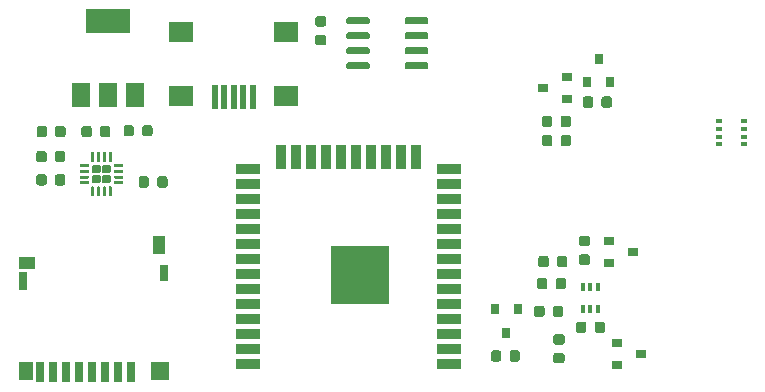
<source format=gbr>
G04 #@! TF.GenerationSoftware,KiCad,Pcbnew,5.1.4+dfsg1-1*
G04 #@! TF.CreationDate,2020-04-01T15:50:02-07:00*
G04 #@! TF.ProjectId,esp32_sensornode,65737033-325f-4736-956e-736f726e6f64,rev?*
G04 #@! TF.SameCoordinates,Original*
G04 #@! TF.FileFunction,Paste,Top*
G04 #@! TF.FilePolarity,Positive*
%FSLAX46Y46*%
G04 Gerber Fmt 4.6, Leading zero omitted, Abs format (unit mm)*
G04 Created by KiCad (PCBNEW 5.1.4+dfsg1-1) date 2020-04-01 15:50:02*
%MOMM*%
%LPD*%
G04 APERTURE LIST*
%ADD10R,1.000000X1.550000*%
%ADD11R,1.500000X1.500000*%
%ADD12R,0.700000X1.750000*%
%ADD13R,0.800000X1.400000*%
%ADD14R,1.450000X1.000000*%
%ADD15R,0.800000X1.500000*%
%ADD16R,1.300000X1.500000*%
%ADD17C,0.100000*%
%ADD18C,0.875000*%
%ADD19R,0.500000X2.000000*%
%ADD20R,2.000000X1.700000*%
%ADD21R,5.000000X5.000000*%
%ADD22R,2.000000X0.900000*%
%ADD23R,0.900000X2.000000*%
%ADD24R,0.500000X0.350000*%
%ADD25C,0.740000*%
%ADD26C,0.250000*%
%ADD27C,0.600000*%
%ADD28R,3.800000X2.000000*%
%ADD29R,1.500000X2.000000*%
%ADD30R,0.900000X0.800000*%
%ADD31R,0.800000X0.900000*%
%ADD32R,0.400000X0.650000*%
G04 APERTURE END LIST*
D10*
X68682500Y-63176900D03*
D11*
X68732500Y-73851900D03*
D12*
X66282500Y-73976900D03*
X65182500Y-73976900D03*
X64082500Y-73976900D03*
X62982500Y-73976900D03*
X61882500Y-73976900D03*
X60782500Y-73976900D03*
X59682500Y-73976900D03*
D13*
X69082500Y-65601900D03*
D14*
X57457500Y-64751900D03*
D15*
X57132500Y-66251900D03*
D16*
X57382500Y-73851900D03*
D12*
X58582500Y-73976900D03*
D17*
G36*
X97433291Y-72120653D02*
G01*
X97454526Y-72123803D01*
X97475350Y-72129019D01*
X97495562Y-72136251D01*
X97514968Y-72145430D01*
X97533381Y-72156466D01*
X97550624Y-72169254D01*
X97566530Y-72183670D01*
X97580946Y-72199576D01*
X97593734Y-72216819D01*
X97604770Y-72235232D01*
X97613949Y-72254638D01*
X97621181Y-72274850D01*
X97626397Y-72295674D01*
X97629547Y-72316909D01*
X97630600Y-72338350D01*
X97630600Y-72850850D01*
X97629547Y-72872291D01*
X97626397Y-72893526D01*
X97621181Y-72914350D01*
X97613949Y-72934562D01*
X97604770Y-72953968D01*
X97593734Y-72972381D01*
X97580946Y-72989624D01*
X97566530Y-73005530D01*
X97550624Y-73019946D01*
X97533381Y-73032734D01*
X97514968Y-73043770D01*
X97495562Y-73052949D01*
X97475350Y-73060181D01*
X97454526Y-73065397D01*
X97433291Y-73068547D01*
X97411850Y-73069600D01*
X96974350Y-73069600D01*
X96952909Y-73068547D01*
X96931674Y-73065397D01*
X96910850Y-73060181D01*
X96890638Y-73052949D01*
X96871232Y-73043770D01*
X96852819Y-73032734D01*
X96835576Y-73019946D01*
X96819670Y-73005530D01*
X96805254Y-72989624D01*
X96792466Y-72972381D01*
X96781430Y-72953968D01*
X96772251Y-72934562D01*
X96765019Y-72914350D01*
X96759803Y-72893526D01*
X96756653Y-72872291D01*
X96755600Y-72850850D01*
X96755600Y-72338350D01*
X96756653Y-72316909D01*
X96759803Y-72295674D01*
X96765019Y-72274850D01*
X96772251Y-72254638D01*
X96781430Y-72235232D01*
X96792466Y-72216819D01*
X96805254Y-72199576D01*
X96819670Y-72183670D01*
X96835576Y-72169254D01*
X96852819Y-72156466D01*
X96871232Y-72145430D01*
X96890638Y-72136251D01*
X96910850Y-72129019D01*
X96931674Y-72123803D01*
X96952909Y-72120653D01*
X96974350Y-72119600D01*
X97411850Y-72119600D01*
X97433291Y-72120653D01*
X97433291Y-72120653D01*
G37*
D18*
X97193100Y-72594600D03*
D17*
G36*
X99008291Y-72120653D02*
G01*
X99029526Y-72123803D01*
X99050350Y-72129019D01*
X99070562Y-72136251D01*
X99089968Y-72145430D01*
X99108381Y-72156466D01*
X99125624Y-72169254D01*
X99141530Y-72183670D01*
X99155946Y-72199576D01*
X99168734Y-72216819D01*
X99179770Y-72235232D01*
X99188949Y-72254638D01*
X99196181Y-72274850D01*
X99201397Y-72295674D01*
X99204547Y-72316909D01*
X99205600Y-72338350D01*
X99205600Y-72850850D01*
X99204547Y-72872291D01*
X99201397Y-72893526D01*
X99196181Y-72914350D01*
X99188949Y-72934562D01*
X99179770Y-72953968D01*
X99168734Y-72972381D01*
X99155946Y-72989624D01*
X99141530Y-73005530D01*
X99125624Y-73019946D01*
X99108381Y-73032734D01*
X99089968Y-73043770D01*
X99070562Y-73052949D01*
X99050350Y-73060181D01*
X99029526Y-73065397D01*
X99008291Y-73068547D01*
X98986850Y-73069600D01*
X98549350Y-73069600D01*
X98527909Y-73068547D01*
X98506674Y-73065397D01*
X98485850Y-73060181D01*
X98465638Y-73052949D01*
X98446232Y-73043770D01*
X98427819Y-73032734D01*
X98410576Y-73019946D01*
X98394670Y-73005530D01*
X98380254Y-72989624D01*
X98367466Y-72972381D01*
X98356430Y-72953968D01*
X98347251Y-72934562D01*
X98340019Y-72914350D01*
X98334803Y-72893526D01*
X98331653Y-72872291D01*
X98330600Y-72850850D01*
X98330600Y-72338350D01*
X98331653Y-72316909D01*
X98334803Y-72295674D01*
X98340019Y-72274850D01*
X98347251Y-72254638D01*
X98356430Y-72235232D01*
X98367466Y-72216819D01*
X98380254Y-72199576D01*
X98394670Y-72183670D01*
X98410576Y-72169254D01*
X98427819Y-72156466D01*
X98446232Y-72145430D01*
X98465638Y-72136251D01*
X98485850Y-72129019D01*
X98506674Y-72123803D01*
X98527909Y-72120653D01*
X98549350Y-72119600D01*
X98986850Y-72119600D01*
X99008291Y-72120653D01*
X99008291Y-72120653D01*
G37*
D18*
X98768100Y-72594600D03*
D19*
X76573200Y-50698200D03*
X75773200Y-50698200D03*
X74973200Y-50698200D03*
X74173200Y-50698200D03*
X73373200Y-50698200D03*
D20*
X79423200Y-50598200D03*
X79423200Y-45148200D03*
X70523200Y-50598200D03*
X70523200Y-45148200D03*
D21*
X85692700Y-65755000D03*
D22*
X93192700Y-73255000D03*
X93192700Y-71985000D03*
X93192700Y-70715000D03*
X93192700Y-69445000D03*
X93192700Y-68175000D03*
X93192700Y-66905000D03*
X93192700Y-65635000D03*
X93192700Y-64365000D03*
X93192700Y-63095000D03*
X93192700Y-61825000D03*
X93192700Y-60555000D03*
X93192700Y-59285000D03*
X93192700Y-58015000D03*
X93192700Y-56745000D03*
D23*
X90407700Y-55745000D03*
X89137700Y-55745000D03*
X87867700Y-55745000D03*
X86597700Y-55745000D03*
X85327700Y-55745000D03*
X84057700Y-55745000D03*
X82787700Y-55745000D03*
X81517700Y-55745000D03*
X80247700Y-55745000D03*
X78977700Y-55745000D03*
D22*
X76192700Y-56745000D03*
X76192700Y-58015000D03*
X76192700Y-59285000D03*
X76192700Y-60555000D03*
X76192700Y-61825000D03*
X76192700Y-63095000D03*
X76192700Y-64365000D03*
X76192700Y-65635000D03*
X76192700Y-66905000D03*
X76192700Y-68175000D03*
X76192700Y-69445000D03*
X76192700Y-70715000D03*
X76192700Y-71985000D03*
X76192700Y-73255000D03*
D24*
X116103500Y-52719100D03*
X116103500Y-53369100D03*
X116103500Y-54019100D03*
X116103500Y-54669100D03*
X118153500Y-54669100D03*
X118153500Y-54019100D03*
X118153500Y-53369100D03*
X118153500Y-52719100D03*
D17*
G36*
X63556933Y-56397591D02*
G01*
X63574892Y-56400255D01*
X63592503Y-56404666D01*
X63609596Y-56410782D01*
X63626008Y-56418545D01*
X63641580Y-56427878D01*
X63656163Y-56438693D01*
X63669615Y-56450885D01*
X63681807Y-56464337D01*
X63692622Y-56478920D01*
X63701955Y-56494492D01*
X63709718Y-56510904D01*
X63715834Y-56527997D01*
X63720245Y-56545608D01*
X63722909Y-56563567D01*
X63723800Y-56581700D01*
X63723800Y-56951700D01*
X63722909Y-56969833D01*
X63720245Y-56987792D01*
X63715834Y-57005403D01*
X63709718Y-57022496D01*
X63701955Y-57038908D01*
X63692622Y-57054480D01*
X63681807Y-57069063D01*
X63669615Y-57082515D01*
X63656163Y-57094707D01*
X63641580Y-57105522D01*
X63626008Y-57114855D01*
X63609596Y-57122618D01*
X63592503Y-57128734D01*
X63574892Y-57133145D01*
X63556933Y-57135809D01*
X63538800Y-57136700D01*
X63168800Y-57136700D01*
X63150667Y-57135809D01*
X63132708Y-57133145D01*
X63115097Y-57128734D01*
X63098004Y-57122618D01*
X63081592Y-57114855D01*
X63066020Y-57105522D01*
X63051437Y-57094707D01*
X63037985Y-57082515D01*
X63025793Y-57069063D01*
X63014978Y-57054480D01*
X63005645Y-57038908D01*
X62997882Y-57022496D01*
X62991766Y-57005403D01*
X62987355Y-56987792D01*
X62984691Y-56969833D01*
X62983800Y-56951700D01*
X62983800Y-56581700D01*
X62984691Y-56563567D01*
X62987355Y-56545608D01*
X62991766Y-56527997D01*
X62997882Y-56510904D01*
X63005645Y-56494492D01*
X63014978Y-56478920D01*
X63025793Y-56464337D01*
X63037985Y-56450885D01*
X63051437Y-56438693D01*
X63066020Y-56427878D01*
X63081592Y-56418545D01*
X63098004Y-56410782D01*
X63115097Y-56404666D01*
X63132708Y-56400255D01*
X63150667Y-56397591D01*
X63168800Y-56396700D01*
X63538800Y-56396700D01*
X63556933Y-56397591D01*
X63556933Y-56397591D01*
G37*
D25*
X63353800Y-56766700D03*
D17*
G36*
X63556933Y-57247591D02*
G01*
X63574892Y-57250255D01*
X63592503Y-57254666D01*
X63609596Y-57260782D01*
X63626008Y-57268545D01*
X63641580Y-57277878D01*
X63656163Y-57288693D01*
X63669615Y-57300885D01*
X63681807Y-57314337D01*
X63692622Y-57328920D01*
X63701955Y-57344492D01*
X63709718Y-57360904D01*
X63715834Y-57377997D01*
X63720245Y-57395608D01*
X63722909Y-57413567D01*
X63723800Y-57431700D01*
X63723800Y-57801700D01*
X63722909Y-57819833D01*
X63720245Y-57837792D01*
X63715834Y-57855403D01*
X63709718Y-57872496D01*
X63701955Y-57888908D01*
X63692622Y-57904480D01*
X63681807Y-57919063D01*
X63669615Y-57932515D01*
X63656163Y-57944707D01*
X63641580Y-57955522D01*
X63626008Y-57964855D01*
X63609596Y-57972618D01*
X63592503Y-57978734D01*
X63574892Y-57983145D01*
X63556933Y-57985809D01*
X63538800Y-57986700D01*
X63168800Y-57986700D01*
X63150667Y-57985809D01*
X63132708Y-57983145D01*
X63115097Y-57978734D01*
X63098004Y-57972618D01*
X63081592Y-57964855D01*
X63066020Y-57955522D01*
X63051437Y-57944707D01*
X63037985Y-57932515D01*
X63025793Y-57919063D01*
X63014978Y-57904480D01*
X63005645Y-57888908D01*
X62997882Y-57872496D01*
X62991766Y-57855403D01*
X62987355Y-57837792D01*
X62984691Y-57819833D01*
X62983800Y-57801700D01*
X62983800Y-57431700D01*
X62984691Y-57413567D01*
X62987355Y-57395608D01*
X62991766Y-57377997D01*
X62997882Y-57360904D01*
X63005645Y-57344492D01*
X63014978Y-57328920D01*
X63025793Y-57314337D01*
X63037985Y-57300885D01*
X63051437Y-57288693D01*
X63066020Y-57277878D01*
X63081592Y-57268545D01*
X63098004Y-57260782D01*
X63115097Y-57254666D01*
X63132708Y-57250255D01*
X63150667Y-57247591D01*
X63168800Y-57246700D01*
X63538800Y-57246700D01*
X63556933Y-57247591D01*
X63556933Y-57247591D01*
G37*
D25*
X63353800Y-57616700D03*
D17*
G36*
X64406933Y-56397591D02*
G01*
X64424892Y-56400255D01*
X64442503Y-56404666D01*
X64459596Y-56410782D01*
X64476008Y-56418545D01*
X64491580Y-56427878D01*
X64506163Y-56438693D01*
X64519615Y-56450885D01*
X64531807Y-56464337D01*
X64542622Y-56478920D01*
X64551955Y-56494492D01*
X64559718Y-56510904D01*
X64565834Y-56527997D01*
X64570245Y-56545608D01*
X64572909Y-56563567D01*
X64573800Y-56581700D01*
X64573800Y-56951700D01*
X64572909Y-56969833D01*
X64570245Y-56987792D01*
X64565834Y-57005403D01*
X64559718Y-57022496D01*
X64551955Y-57038908D01*
X64542622Y-57054480D01*
X64531807Y-57069063D01*
X64519615Y-57082515D01*
X64506163Y-57094707D01*
X64491580Y-57105522D01*
X64476008Y-57114855D01*
X64459596Y-57122618D01*
X64442503Y-57128734D01*
X64424892Y-57133145D01*
X64406933Y-57135809D01*
X64388800Y-57136700D01*
X64018800Y-57136700D01*
X64000667Y-57135809D01*
X63982708Y-57133145D01*
X63965097Y-57128734D01*
X63948004Y-57122618D01*
X63931592Y-57114855D01*
X63916020Y-57105522D01*
X63901437Y-57094707D01*
X63887985Y-57082515D01*
X63875793Y-57069063D01*
X63864978Y-57054480D01*
X63855645Y-57038908D01*
X63847882Y-57022496D01*
X63841766Y-57005403D01*
X63837355Y-56987792D01*
X63834691Y-56969833D01*
X63833800Y-56951700D01*
X63833800Y-56581700D01*
X63834691Y-56563567D01*
X63837355Y-56545608D01*
X63841766Y-56527997D01*
X63847882Y-56510904D01*
X63855645Y-56494492D01*
X63864978Y-56478920D01*
X63875793Y-56464337D01*
X63887985Y-56450885D01*
X63901437Y-56438693D01*
X63916020Y-56427878D01*
X63931592Y-56418545D01*
X63948004Y-56410782D01*
X63965097Y-56404666D01*
X63982708Y-56400255D01*
X64000667Y-56397591D01*
X64018800Y-56396700D01*
X64388800Y-56396700D01*
X64406933Y-56397591D01*
X64406933Y-56397591D01*
G37*
D25*
X64203800Y-56766700D03*
D17*
G36*
X64406933Y-57247591D02*
G01*
X64424892Y-57250255D01*
X64442503Y-57254666D01*
X64459596Y-57260782D01*
X64476008Y-57268545D01*
X64491580Y-57277878D01*
X64506163Y-57288693D01*
X64519615Y-57300885D01*
X64531807Y-57314337D01*
X64542622Y-57328920D01*
X64551955Y-57344492D01*
X64559718Y-57360904D01*
X64565834Y-57377997D01*
X64570245Y-57395608D01*
X64572909Y-57413567D01*
X64573800Y-57431700D01*
X64573800Y-57801700D01*
X64572909Y-57819833D01*
X64570245Y-57837792D01*
X64565834Y-57855403D01*
X64559718Y-57872496D01*
X64551955Y-57888908D01*
X64542622Y-57904480D01*
X64531807Y-57919063D01*
X64519615Y-57932515D01*
X64506163Y-57944707D01*
X64491580Y-57955522D01*
X64476008Y-57964855D01*
X64459596Y-57972618D01*
X64442503Y-57978734D01*
X64424892Y-57983145D01*
X64406933Y-57985809D01*
X64388800Y-57986700D01*
X64018800Y-57986700D01*
X64000667Y-57985809D01*
X63982708Y-57983145D01*
X63965097Y-57978734D01*
X63948004Y-57972618D01*
X63931592Y-57964855D01*
X63916020Y-57955522D01*
X63901437Y-57944707D01*
X63887985Y-57932515D01*
X63875793Y-57919063D01*
X63864978Y-57904480D01*
X63855645Y-57888908D01*
X63847882Y-57872496D01*
X63841766Y-57855403D01*
X63837355Y-57837792D01*
X63834691Y-57819833D01*
X63833800Y-57801700D01*
X63833800Y-57431700D01*
X63834691Y-57413567D01*
X63837355Y-57395608D01*
X63841766Y-57377997D01*
X63847882Y-57360904D01*
X63855645Y-57344492D01*
X63864978Y-57328920D01*
X63875793Y-57314337D01*
X63887985Y-57300885D01*
X63901437Y-57288693D01*
X63916020Y-57277878D01*
X63931592Y-57268545D01*
X63948004Y-57260782D01*
X63965097Y-57254666D01*
X63982708Y-57250255D01*
X64000667Y-57247591D01*
X64018800Y-57246700D01*
X64388800Y-57246700D01*
X64406933Y-57247591D01*
X64406933Y-57247591D01*
G37*
D25*
X64203800Y-57616700D03*
D17*
G36*
X62672426Y-56317001D02*
G01*
X62678493Y-56317901D01*
X62684443Y-56319391D01*
X62690218Y-56321458D01*
X62695762Y-56324080D01*
X62701023Y-56327233D01*
X62705950Y-56330887D01*
X62710494Y-56335006D01*
X62714613Y-56339550D01*
X62718267Y-56344477D01*
X62721420Y-56349738D01*
X62724042Y-56355282D01*
X62726109Y-56361057D01*
X62727599Y-56367007D01*
X62728499Y-56373074D01*
X62728800Y-56379200D01*
X62728800Y-56504200D01*
X62728499Y-56510326D01*
X62727599Y-56516393D01*
X62726109Y-56522343D01*
X62724042Y-56528118D01*
X62721420Y-56533662D01*
X62718267Y-56538923D01*
X62714613Y-56543850D01*
X62710494Y-56548394D01*
X62705950Y-56552513D01*
X62701023Y-56556167D01*
X62695762Y-56559320D01*
X62690218Y-56561942D01*
X62684443Y-56564009D01*
X62678493Y-56565499D01*
X62672426Y-56566399D01*
X62666300Y-56566700D01*
X61991300Y-56566700D01*
X61985174Y-56566399D01*
X61979107Y-56565499D01*
X61973157Y-56564009D01*
X61967382Y-56561942D01*
X61961838Y-56559320D01*
X61956577Y-56556167D01*
X61951650Y-56552513D01*
X61947106Y-56548394D01*
X61942987Y-56543850D01*
X61939333Y-56538923D01*
X61936180Y-56533662D01*
X61933558Y-56528118D01*
X61931491Y-56522343D01*
X61930001Y-56516393D01*
X61929101Y-56510326D01*
X61928800Y-56504200D01*
X61928800Y-56379200D01*
X61929101Y-56373074D01*
X61930001Y-56367007D01*
X61931491Y-56361057D01*
X61933558Y-56355282D01*
X61936180Y-56349738D01*
X61939333Y-56344477D01*
X61942987Y-56339550D01*
X61947106Y-56335006D01*
X61951650Y-56330887D01*
X61956577Y-56327233D01*
X61961838Y-56324080D01*
X61967382Y-56321458D01*
X61973157Y-56319391D01*
X61979107Y-56317901D01*
X61985174Y-56317001D01*
X61991300Y-56316700D01*
X62666300Y-56316700D01*
X62672426Y-56317001D01*
X62672426Y-56317001D01*
G37*
D26*
X62328800Y-56441700D03*
D17*
G36*
X62672426Y-56817001D02*
G01*
X62678493Y-56817901D01*
X62684443Y-56819391D01*
X62690218Y-56821458D01*
X62695762Y-56824080D01*
X62701023Y-56827233D01*
X62705950Y-56830887D01*
X62710494Y-56835006D01*
X62714613Y-56839550D01*
X62718267Y-56844477D01*
X62721420Y-56849738D01*
X62724042Y-56855282D01*
X62726109Y-56861057D01*
X62727599Y-56867007D01*
X62728499Y-56873074D01*
X62728800Y-56879200D01*
X62728800Y-57004200D01*
X62728499Y-57010326D01*
X62727599Y-57016393D01*
X62726109Y-57022343D01*
X62724042Y-57028118D01*
X62721420Y-57033662D01*
X62718267Y-57038923D01*
X62714613Y-57043850D01*
X62710494Y-57048394D01*
X62705950Y-57052513D01*
X62701023Y-57056167D01*
X62695762Y-57059320D01*
X62690218Y-57061942D01*
X62684443Y-57064009D01*
X62678493Y-57065499D01*
X62672426Y-57066399D01*
X62666300Y-57066700D01*
X61991300Y-57066700D01*
X61985174Y-57066399D01*
X61979107Y-57065499D01*
X61973157Y-57064009D01*
X61967382Y-57061942D01*
X61961838Y-57059320D01*
X61956577Y-57056167D01*
X61951650Y-57052513D01*
X61947106Y-57048394D01*
X61942987Y-57043850D01*
X61939333Y-57038923D01*
X61936180Y-57033662D01*
X61933558Y-57028118D01*
X61931491Y-57022343D01*
X61930001Y-57016393D01*
X61929101Y-57010326D01*
X61928800Y-57004200D01*
X61928800Y-56879200D01*
X61929101Y-56873074D01*
X61930001Y-56867007D01*
X61931491Y-56861057D01*
X61933558Y-56855282D01*
X61936180Y-56849738D01*
X61939333Y-56844477D01*
X61942987Y-56839550D01*
X61947106Y-56835006D01*
X61951650Y-56830887D01*
X61956577Y-56827233D01*
X61961838Y-56824080D01*
X61967382Y-56821458D01*
X61973157Y-56819391D01*
X61979107Y-56817901D01*
X61985174Y-56817001D01*
X61991300Y-56816700D01*
X62666300Y-56816700D01*
X62672426Y-56817001D01*
X62672426Y-56817001D01*
G37*
D26*
X62328800Y-56941700D03*
D17*
G36*
X62672426Y-57317001D02*
G01*
X62678493Y-57317901D01*
X62684443Y-57319391D01*
X62690218Y-57321458D01*
X62695762Y-57324080D01*
X62701023Y-57327233D01*
X62705950Y-57330887D01*
X62710494Y-57335006D01*
X62714613Y-57339550D01*
X62718267Y-57344477D01*
X62721420Y-57349738D01*
X62724042Y-57355282D01*
X62726109Y-57361057D01*
X62727599Y-57367007D01*
X62728499Y-57373074D01*
X62728800Y-57379200D01*
X62728800Y-57504200D01*
X62728499Y-57510326D01*
X62727599Y-57516393D01*
X62726109Y-57522343D01*
X62724042Y-57528118D01*
X62721420Y-57533662D01*
X62718267Y-57538923D01*
X62714613Y-57543850D01*
X62710494Y-57548394D01*
X62705950Y-57552513D01*
X62701023Y-57556167D01*
X62695762Y-57559320D01*
X62690218Y-57561942D01*
X62684443Y-57564009D01*
X62678493Y-57565499D01*
X62672426Y-57566399D01*
X62666300Y-57566700D01*
X61991300Y-57566700D01*
X61985174Y-57566399D01*
X61979107Y-57565499D01*
X61973157Y-57564009D01*
X61967382Y-57561942D01*
X61961838Y-57559320D01*
X61956577Y-57556167D01*
X61951650Y-57552513D01*
X61947106Y-57548394D01*
X61942987Y-57543850D01*
X61939333Y-57538923D01*
X61936180Y-57533662D01*
X61933558Y-57528118D01*
X61931491Y-57522343D01*
X61930001Y-57516393D01*
X61929101Y-57510326D01*
X61928800Y-57504200D01*
X61928800Y-57379200D01*
X61929101Y-57373074D01*
X61930001Y-57367007D01*
X61931491Y-57361057D01*
X61933558Y-57355282D01*
X61936180Y-57349738D01*
X61939333Y-57344477D01*
X61942987Y-57339550D01*
X61947106Y-57335006D01*
X61951650Y-57330887D01*
X61956577Y-57327233D01*
X61961838Y-57324080D01*
X61967382Y-57321458D01*
X61973157Y-57319391D01*
X61979107Y-57317901D01*
X61985174Y-57317001D01*
X61991300Y-57316700D01*
X62666300Y-57316700D01*
X62672426Y-57317001D01*
X62672426Y-57317001D01*
G37*
D26*
X62328800Y-57441700D03*
D17*
G36*
X62672426Y-57817001D02*
G01*
X62678493Y-57817901D01*
X62684443Y-57819391D01*
X62690218Y-57821458D01*
X62695762Y-57824080D01*
X62701023Y-57827233D01*
X62705950Y-57830887D01*
X62710494Y-57835006D01*
X62714613Y-57839550D01*
X62718267Y-57844477D01*
X62721420Y-57849738D01*
X62724042Y-57855282D01*
X62726109Y-57861057D01*
X62727599Y-57867007D01*
X62728499Y-57873074D01*
X62728800Y-57879200D01*
X62728800Y-58004200D01*
X62728499Y-58010326D01*
X62727599Y-58016393D01*
X62726109Y-58022343D01*
X62724042Y-58028118D01*
X62721420Y-58033662D01*
X62718267Y-58038923D01*
X62714613Y-58043850D01*
X62710494Y-58048394D01*
X62705950Y-58052513D01*
X62701023Y-58056167D01*
X62695762Y-58059320D01*
X62690218Y-58061942D01*
X62684443Y-58064009D01*
X62678493Y-58065499D01*
X62672426Y-58066399D01*
X62666300Y-58066700D01*
X61991300Y-58066700D01*
X61985174Y-58066399D01*
X61979107Y-58065499D01*
X61973157Y-58064009D01*
X61967382Y-58061942D01*
X61961838Y-58059320D01*
X61956577Y-58056167D01*
X61951650Y-58052513D01*
X61947106Y-58048394D01*
X61942987Y-58043850D01*
X61939333Y-58038923D01*
X61936180Y-58033662D01*
X61933558Y-58028118D01*
X61931491Y-58022343D01*
X61930001Y-58016393D01*
X61929101Y-58010326D01*
X61928800Y-58004200D01*
X61928800Y-57879200D01*
X61929101Y-57873074D01*
X61930001Y-57867007D01*
X61931491Y-57861057D01*
X61933558Y-57855282D01*
X61936180Y-57849738D01*
X61939333Y-57844477D01*
X61942987Y-57839550D01*
X61947106Y-57835006D01*
X61951650Y-57830887D01*
X61956577Y-57827233D01*
X61961838Y-57824080D01*
X61967382Y-57821458D01*
X61973157Y-57819391D01*
X61979107Y-57817901D01*
X61985174Y-57817001D01*
X61991300Y-57816700D01*
X62666300Y-57816700D01*
X62672426Y-57817001D01*
X62672426Y-57817001D01*
G37*
D26*
X62328800Y-57941700D03*
D17*
G36*
X63097426Y-58242001D02*
G01*
X63103493Y-58242901D01*
X63109443Y-58244391D01*
X63115218Y-58246458D01*
X63120762Y-58249080D01*
X63126023Y-58252233D01*
X63130950Y-58255887D01*
X63135494Y-58260006D01*
X63139613Y-58264550D01*
X63143267Y-58269477D01*
X63146420Y-58274738D01*
X63149042Y-58280282D01*
X63151109Y-58286057D01*
X63152599Y-58292007D01*
X63153499Y-58298074D01*
X63153800Y-58304200D01*
X63153800Y-58979200D01*
X63153499Y-58985326D01*
X63152599Y-58991393D01*
X63151109Y-58997343D01*
X63149042Y-59003118D01*
X63146420Y-59008662D01*
X63143267Y-59013923D01*
X63139613Y-59018850D01*
X63135494Y-59023394D01*
X63130950Y-59027513D01*
X63126023Y-59031167D01*
X63120762Y-59034320D01*
X63115218Y-59036942D01*
X63109443Y-59039009D01*
X63103493Y-59040499D01*
X63097426Y-59041399D01*
X63091300Y-59041700D01*
X62966300Y-59041700D01*
X62960174Y-59041399D01*
X62954107Y-59040499D01*
X62948157Y-59039009D01*
X62942382Y-59036942D01*
X62936838Y-59034320D01*
X62931577Y-59031167D01*
X62926650Y-59027513D01*
X62922106Y-59023394D01*
X62917987Y-59018850D01*
X62914333Y-59013923D01*
X62911180Y-59008662D01*
X62908558Y-59003118D01*
X62906491Y-58997343D01*
X62905001Y-58991393D01*
X62904101Y-58985326D01*
X62903800Y-58979200D01*
X62903800Y-58304200D01*
X62904101Y-58298074D01*
X62905001Y-58292007D01*
X62906491Y-58286057D01*
X62908558Y-58280282D01*
X62911180Y-58274738D01*
X62914333Y-58269477D01*
X62917987Y-58264550D01*
X62922106Y-58260006D01*
X62926650Y-58255887D01*
X62931577Y-58252233D01*
X62936838Y-58249080D01*
X62942382Y-58246458D01*
X62948157Y-58244391D01*
X62954107Y-58242901D01*
X62960174Y-58242001D01*
X62966300Y-58241700D01*
X63091300Y-58241700D01*
X63097426Y-58242001D01*
X63097426Y-58242001D01*
G37*
D26*
X63028800Y-58641700D03*
D17*
G36*
X63597426Y-58242001D02*
G01*
X63603493Y-58242901D01*
X63609443Y-58244391D01*
X63615218Y-58246458D01*
X63620762Y-58249080D01*
X63626023Y-58252233D01*
X63630950Y-58255887D01*
X63635494Y-58260006D01*
X63639613Y-58264550D01*
X63643267Y-58269477D01*
X63646420Y-58274738D01*
X63649042Y-58280282D01*
X63651109Y-58286057D01*
X63652599Y-58292007D01*
X63653499Y-58298074D01*
X63653800Y-58304200D01*
X63653800Y-58979200D01*
X63653499Y-58985326D01*
X63652599Y-58991393D01*
X63651109Y-58997343D01*
X63649042Y-59003118D01*
X63646420Y-59008662D01*
X63643267Y-59013923D01*
X63639613Y-59018850D01*
X63635494Y-59023394D01*
X63630950Y-59027513D01*
X63626023Y-59031167D01*
X63620762Y-59034320D01*
X63615218Y-59036942D01*
X63609443Y-59039009D01*
X63603493Y-59040499D01*
X63597426Y-59041399D01*
X63591300Y-59041700D01*
X63466300Y-59041700D01*
X63460174Y-59041399D01*
X63454107Y-59040499D01*
X63448157Y-59039009D01*
X63442382Y-59036942D01*
X63436838Y-59034320D01*
X63431577Y-59031167D01*
X63426650Y-59027513D01*
X63422106Y-59023394D01*
X63417987Y-59018850D01*
X63414333Y-59013923D01*
X63411180Y-59008662D01*
X63408558Y-59003118D01*
X63406491Y-58997343D01*
X63405001Y-58991393D01*
X63404101Y-58985326D01*
X63403800Y-58979200D01*
X63403800Y-58304200D01*
X63404101Y-58298074D01*
X63405001Y-58292007D01*
X63406491Y-58286057D01*
X63408558Y-58280282D01*
X63411180Y-58274738D01*
X63414333Y-58269477D01*
X63417987Y-58264550D01*
X63422106Y-58260006D01*
X63426650Y-58255887D01*
X63431577Y-58252233D01*
X63436838Y-58249080D01*
X63442382Y-58246458D01*
X63448157Y-58244391D01*
X63454107Y-58242901D01*
X63460174Y-58242001D01*
X63466300Y-58241700D01*
X63591300Y-58241700D01*
X63597426Y-58242001D01*
X63597426Y-58242001D01*
G37*
D26*
X63528800Y-58641700D03*
D17*
G36*
X64097426Y-58242001D02*
G01*
X64103493Y-58242901D01*
X64109443Y-58244391D01*
X64115218Y-58246458D01*
X64120762Y-58249080D01*
X64126023Y-58252233D01*
X64130950Y-58255887D01*
X64135494Y-58260006D01*
X64139613Y-58264550D01*
X64143267Y-58269477D01*
X64146420Y-58274738D01*
X64149042Y-58280282D01*
X64151109Y-58286057D01*
X64152599Y-58292007D01*
X64153499Y-58298074D01*
X64153800Y-58304200D01*
X64153800Y-58979200D01*
X64153499Y-58985326D01*
X64152599Y-58991393D01*
X64151109Y-58997343D01*
X64149042Y-59003118D01*
X64146420Y-59008662D01*
X64143267Y-59013923D01*
X64139613Y-59018850D01*
X64135494Y-59023394D01*
X64130950Y-59027513D01*
X64126023Y-59031167D01*
X64120762Y-59034320D01*
X64115218Y-59036942D01*
X64109443Y-59039009D01*
X64103493Y-59040499D01*
X64097426Y-59041399D01*
X64091300Y-59041700D01*
X63966300Y-59041700D01*
X63960174Y-59041399D01*
X63954107Y-59040499D01*
X63948157Y-59039009D01*
X63942382Y-59036942D01*
X63936838Y-59034320D01*
X63931577Y-59031167D01*
X63926650Y-59027513D01*
X63922106Y-59023394D01*
X63917987Y-59018850D01*
X63914333Y-59013923D01*
X63911180Y-59008662D01*
X63908558Y-59003118D01*
X63906491Y-58997343D01*
X63905001Y-58991393D01*
X63904101Y-58985326D01*
X63903800Y-58979200D01*
X63903800Y-58304200D01*
X63904101Y-58298074D01*
X63905001Y-58292007D01*
X63906491Y-58286057D01*
X63908558Y-58280282D01*
X63911180Y-58274738D01*
X63914333Y-58269477D01*
X63917987Y-58264550D01*
X63922106Y-58260006D01*
X63926650Y-58255887D01*
X63931577Y-58252233D01*
X63936838Y-58249080D01*
X63942382Y-58246458D01*
X63948157Y-58244391D01*
X63954107Y-58242901D01*
X63960174Y-58242001D01*
X63966300Y-58241700D01*
X64091300Y-58241700D01*
X64097426Y-58242001D01*
X64097426Y-58242001D01*
G37*
D26*
X64028800Y-58641700D03*
D17*
G36*
X64597426Y-58242001D02*
G01*
X64603493Y-58242901D01*
X64609443Y-58244391D01*
X64615218Y-58246458D01*
X64620762Y-58249080D01*
X64626023Y-58252233D01*
X64630950Y-58255887D01*
X64635494Y-58260006D01*
X64639613Y-58264550D01*
X64643267Y-58269477D01*
X64646420Y-58274738D01*
X64649042Y-58280282D01*
X64651109Y-58286057D01*
X64652599Y-58292007D01*
X64653499Y-58298074D01*
X64653800Y-58304200D01*
X64653800Y-58979200D01*
X64653499Y-58985326D01*
X64652599Y-58991393D01*
X64651109Y-58997343D01*
X64649042Y-59003118D01*
X64646420Y-59008662D01*
X64643267Y-59013923D01*
X64639613Y-59018850D01*
X64635494Y-59023394D01*
X64630950Y-59027513D01*
X64626023Y-59031167D01*
X64620762Y-59034320D01*
X64615218Y-59036942D01*
X64609443Y-59039009D01*
X64603493Y-59040499D01*
X64597426Y-59041399D01*
X64591300Y-59041700D01*
X64466300Y-59041700D01*
X64460174Y-59041399D01*
X64454107Y-59040499D01*
X64448157Y-59039009D01*
X64442382Y-59036942D01*
X64436838Y-59034320D01*
X64431577Y-59031167D01*
X64426650Y-59027513D01*
X64422106Y-59023394D01*
X64417987Y-59018850D01*
X64414333Y-59013923D01*
X64411180Y-59008662D01*
X64408558Y-59003118D01*
X64406491Y-58997343D01*
X64405001Y-58991393D01*
X64404101Y-58985326D01*
X64403800Y-58979200D01*
X64403800Y-58304200D01*
X64404101Y-58298074D01*
X64405001Y-58292007D01*
X64406491Y-58286057D01*
X64408558Y-58280282D01*
X64411180Y-58274738D01*
X64414333Y-58269477D01*
X64417987Y-58264550D01*
X64422106Y-58260006D01*
X64426650Y-58255887D01*
X64431577Y-58252233D01*
X64436838Y-58249080D01*
X64442382Y-58246458D01*
X64448157Y-58244391D01*
X64454107Y-58242901D01*
X64460174Y-58242001D01*
X64466300Y-58241700D01*
X64591300Y-58241700D01*
X64597426Y-58242001D01*
X64597426Y-58242001D01*
G37*
D26*
X64528800Y-58641700D03*
D17*
G36*
X65572426Y-57817001D02*
G01*
X65578493Y-57817901D01*
X65584443Y-57819391D01*
X65590218Y-57821458D01*
X65595762Y-57824080D01*
X65601023Y-57827233D01*
X65605950Y-57830887D01*
X65610494Y-57835006D01*
X65614613Y-57839550D01*
X65618267Y-57844477D01*
X65621420Y-57849738D01*
X65624042Y-57855282D01*
X65626109Y-57861057D01*
X65627599Y-57867007D01*
X65628499Y-57873074D01*
X65628800Y-57879200D01*
X65628800Y-58004200D01*
X65628499Y-58010326D01*
X65627599Y-58016393D01*
X65626109Y-58022343D01*
X65624042Y-58028118D01*
X65621420Y-58033662D01*
X65618267Y-58038923D01*
X65614613Y-58043850D01*
X65610494Y-58048394D01*
X65605950Y-58052513D01*
X65601023Y-58056167D01*
X65595762Y-58059320D01*
X65590218Y-58061942D01*
X65584443Y-58064009D01*
X65578493Y-58065499D01*
X65572426Y-58066399D01*
X65566300Y-58066700D01*
X64891300Y-58066700D01*
X64885174Y-58066399D01*
X64879107Y-58065499D01*
X64873157Y-58064009D01*
X64867382Y-58061942D01*
X64861838Y-58059320D01*
X64856577Y-58056167D01*
X64851650Y-58052513D01*
X64847106Y-58048394D01*
X64842987Y-58043850D01*
X64839333Y-58038923D01*
X64836180Y-58033662D01*
X64833558Y-58028118D01*
X64831491Y-58022343D01*
X64830001Y-58016393D01*
X64829101Y-58010326D01*
X64828800Y-58004200D01*
X64828800Y-57879200D01*
X64829101Y-57873074D01*
X64830001Y-57867007D01*
X64831491Y-57861057D01*
X64833558Y-57855282D01*
X64836180Y-57849738D01*
X64839333Y-57844477D01*
X64842987Y-57839550D01*
X64847106Y-57835006D01*
X64851650Y-57830887D01*
X64856577Y-57827233D01*
X64861838Y-57824080D01*
X64867382Y-57821458D01*
X64873157Y-57819391D01*
X64879107Y-57817901D01*
X64885174Y-57817001D01*
X64891300Y-57816700D01*
X65566300Y-57816700D01*
X65572426Y-57817001D01*
X65572426Y-57817001D01*
G37*
D26*
X65228800Y-57941700D03*
D17*
G36*
X65572426Y-57317001D02*
G01*
X65578493Y-57317901D01*
X65584443Y-57319391D01*
X65590218Y-57321458D01*
X65595762Y-57324080D01*
X65601023Y-57327233D01*
X65605950Y-57330887D01*
X65610494Y-57335006D01*
X65614613Y-57339550D01*
X65618267Y-57344477D01*
X65621420Y-57349738D01*
X65624042Y-57355282D01*
X65626109Y-57361057D01*
X65627599Y-57367007D01*
X65628499Y-57373074D01*
X65628800Y-57379200D01*
X65628800Y-57504200D01*
X65628499Y-57510326D01*
X65627599Y-57516393D01*
X65626109Y-57522343D01*
X65624042Y-57528118D01*
X65621420Y-57533662D01*
X65618267Y-57538923D01*
X65614613Y-57543850D01*
X65610494Y-57548394D01*
X65605950Y-57552513D01*
X65601023Y-57556167D01*
X65595762Y-57559320D01*
X65590218Y-57561942D01*
X65584443Y-57564009D01*
X65578493Y-57565499D01*
X65572426Y-57566399D01*
X65566300Y-57566700D01*
X64891300Y-57566700D01*
X64885174Y-57566399D01*
X64879107Y-57565499D01*
X64873157Y-57564009D01*
X64867382Y-57561942D01*
X64861838Y-57559320D01*
X64856577Y-57556167D01*
X64851650Y-57552513D01*
X64847106Y-57548394D01*
X64842987Y-57543850D01*
X64839333Y-57538923D01*
X64836180Y-57533662D01*
X64833558Y-57528118D01*
X64831491Y-57522343D01*
X64830001Y-57516393D01*
X64829101Y-57510326D01*
X64828800Y-57504200D01*
X64828800Y-57379200D01*
X64829101Y-57373074D01*
X64830001Y-57367007D01*
X64831491Y-57361057D01*
X64833558Y-57355282D01*
X64836180Y-57349738D01*
X64839333Y-57344477D01*
X64842987Y-57339550D01*
X64847106Y-57335006D01*
X64851650Y-57330887D01*
X64856577Y-57327233D01*
X64861838Y-57324080D01*
X64867382Y-57321458D01*
X64873157Y-57319391D01*
X64879107Y-57317901D01*
X64885174Y-57317001D01*
X64891300Y-57316700D01*
X65566300Y-57316700D01*
X65572426Y-57317001D01*
X65572426Y-57317001D01*
G37*
D26*
X65228800Y-57441700D03*
D17*
G36*
X65572426Y-56817001D02*
G01*
X65578493Y-56817901D01*
X65584443Y-56819391D01*
X65590218Y-56821458D01*
X65595762Y-56824080D01*
X65601023Y-56827233D01*
X65605950Y-56830887D01*
X65610494Y-56835006D01*
X65614613Y-56839550D01*
X65618267Y-56844477D01*
X65621420Y-56849738D01*
X65624042Y-56855282D01*
X65626109Y-56861057D01*
X65627599Y-56867007D01*
X65628499Y-56873074D01*
X65628800Y-56879200D01*
X65628800Y-57004200D01*
X65628499Y-57010326D01*
X65627599Y-57016393D01*
X65626109Y-57022343D01*
X65624042Y-57028118D01*
X65621420Y-57033662D01*
X65618267Y-57038923D01*
X65614613Y-57043850D01*
X65610494Y-57048394D01*
X65605950Y-57052513D01*
X65601023Y-57056167D01*
X65595762Y-57059320D01*
X65590218Y-57061942D01*
X65584443Y-57064009D01*
X65578493Y-57065499D01*
X65572426Y-57066399D01*
X65566300Y-57066700D01*
X64891300Y-57066700D01*
X64885174Y-57066399D01*
X64879107Y-57065499D01*
X64873157Y-57064009D01*
X64867382Y-57061942D01*
X64861838Y-57059320D01*
X64856577Y-57056167D01*
X64851650Y-57052513D01*
X64847106Y-57048394D01*
X64842987Y-57043850D01*
X64839333Y-57038923D01*
X64836180Y-57033662D01*
X64833558Y-57028118D01*
X64831491Y-57022343D01*
X64830001Y-57016393D01*
X64829101Y-57010326D01*
X64828800Y-57004200D01*
X64828800Y-56879200D01*
X64829101Y-56873074D01*
X64830001Y-56867007D01*
X64831491Y-56861057D01*
X64833558Y-56855282D01*
X64836180Y-56849738D01*
X64839333Y-56844477D01*
X64842987Y-56839550D01*
X64847106Y-56835006D01*
X64851650Y-56830887D01*
X64856577Y-56827233D01*
X64861838Y-56824080D01*
X64867382Y-56821458D01*
X64873157Y-56819391D01*
X64879107Y-56817901D01*
X64885174Y-56817001D01*
X64891300Y-56816700D01*
X65566300Y-56816700D01*
X65572426Y-56817001D01*
X65572426Y-56817001D01*
G37*
D26*
X65228800Y-56941700D03*
D17*
G36*
X65572426Y-56317001D02*
G01*
X65578493Y-56317901D01*
X65584443Y-56319391D01*
X65590218Y-56321458D01*
X65595762Y-56324080D01*
X65601023Y-56327233D01*
X65605950Y-56330887D01*
X65610494Y-56335006D01*
X65614613Y-56339550D01*
X65618267Y-56344477D01*
X65621420Y-56349738D01*
X65624042Y-56355282D01*
X65626109Y-56361057D01*
X65627599Y-56367007D01*
X65628499Y-56373074D01*
X65628800Y-56379200D01*
X65628800Y-56504200D01*
X65628499Y-56510326D01*
X65627599Y-56516393D01*
X65626109Y-56522343D01*
X65624042Y-56528118D01*
X65621420Y-56533662D01*
X65618267Y-56538923D01*
X65614613Y-56543850D01*
X65610494Y-56548394D01*
X65605950Y-56552513D01*
X65601023Y-56556167D01*
X65595762Y-56559320D01*
X65590218Y-56561942D01*
X65584443Y-56564009D01*
X65578493Y-56565499D01*
X65572426Y-56566399D01*
X65566300Y-56566700D01*
X64891300Y-56566700D01*
X64885174Y-56566399D01*
X64879107Y-56565499D01*
X64873157Y-56564009D01*
X64867382Y-56561942D01*
X64861838Y-56559320D01*
X64856577Y-56556167D01*
X64851650Y-56552513D01*
X64847106Y-56548394D01*
X64842987Y-56543850D01*
X64839333Y-56538923D01*
X64836180Y-56533662D01*
X64833558Y-56528118D01*
X64831491Y-56522343D01*
X64830001Y-56516393D01*
X64829101Y-56510326D01*
X64828800Y-56504200D01*
X64828800Y-56379200D01*
X64829101Y-56373074D01*
X64830001Y-56367007D01*
X64831491Y-56361057D01*
X64833558Y-56355282D01*
X64836180Y-56349738D01*
X64839333Y-56344477D01*
X64842987Y-56339550D01*
X64847106Y-56335006D01*
X64851650Y-56330887D01*
X64856577Y-56327233D01*
X64861838Y-56324080D01*
X64867382Y-56321458D01*
X64873157Y-56319391D01*
X64879107Y-56317901D01*
X64885174Y-56317001D01*
X64891300Y-56316700D01*
X65566300Y-56316700D01*
X65572426Y-56317001D01*
X65572426Y-56317001D01*
G37*
D26*
X65228800Y-56441700D03*
D17*
G36*
X64597426Y-55342001D02*
G01*
X64603493Y-55342901D01*
X64609443Y-55344391D01*
X64615218Y-55346458D01*
X64620762Y-55349080D01*
X64626023Y-55352233D01*
X64630950Y-55355887D01*
X64635494Y-55360006D01*
X64639613Y-55364550D01*
X64643267Y-55369477D01*
X64646420Y-55374738D01*
X64649042Y-55380282D01*
X64651109Y-55386057D01*
X64652599Y-55392007D01*
X64653499Y-55398074D01*
X64653800Y-55404200D01*
X64653800Y-56079200D01*
X64653499Y-56085326D01*
X64652599Y-56091393D01*
X64651109Y-56097343D01*
X64649042Y-56103118D01*
X64646420Y-56108662D01*
X64643267Y-56113923D01*
X64639613Y-56118850D01*
X64635494Y-56123394D01*
X64630950Y-56127513D01*
X64626023Y-56131167D01*
X64620762Y-56134320D01*
X64615218Y-56136942D01*
X64609443Y-56139009D01*
X64603493Y-56140499D01*
X64597426Y-56141399D01*
X64591300Y-56141700D01*
X64466300Y-56141700D01*
X64460174Y-56141399D01*
X64454107Y-56140499D01*
X64448157Y-56139009D01*
X64442382Y-56136942D01*
X64436838Y-56134320D01*
X64431577Y-56131167D01*
X64426650Y-56127513D01*
X64422106Y-56123394D01*
X64417987Y-56118850D01*
X64414333Y-56113923D01*
X64411180Y-56108662D01*
X64408558Y-56103118D01*
X64406491Y-56097343D01*
X64405001Y-56091393D01*
X64404101Y-56085326D01*
X64403800Y-56079200D01*
X64403800Y-55404200D01*
X64404101Y-55398074D01*
X64405001Y-55392007D01*
X64406491Y-55386057D01*
X64408558Y-55380282D01*
X64411180Y-55374738D01*
X64414333Y-55369477D01*
X64417987Y-55364550D01*
X64422106Y-55360006D01*
X64426650Y-55355887D01*
X64431577Y-55352233D01*
X64436838Y-55349080D01*
X64442382Y-55346458D01*
X64448157Y-55344391D01*
X64454107Y-55342901D01*
X64460174Y-55342001D01*
X64466300Y-55341700D01*
X64591300Y-55341700D01*
X64597426Y-55342001D01*
X64597426Y-55342001D01*
G37*
D26*
X64528800Y-55741700D03*
D17*
G36*
X64097426Y-55342001D02*
G01*
X64103493Y-55342901D01*
X64109443Y-55344391D01*
X64115218Y-55346458D01*
X64120762Y-55349080D01*
X64126023Y-55352233D01*
X64130950Y-55355887D01*
X64135494Y-55360006D01*
X64139613Y-55364550D01*
X64143267Y-55369477D01*
X64146420Y-55374738D01*
X64149042Y-55380282D01*
X64151109Y-55386057D01*
X64152599Y-55392007D01*
X64153499Y-55398074D01*
X64153800Y-55404200D01*
X64153800Y-56079200D01*
X64153499Y-56085326D01*
X64152599Y-56091393D01*
X64151109Y-56097343D01*
X64149042Y-56103118D01*
X64146420Y-56108662D01*
X64143267Y-56113923D01*
X64139613Y-56118850D01*
X64135494Y-56123394D01*
X64130950Y-56127513D01*
X64126023Y-56131167D01*
X64120762Y-56134320D01*
X64115218Y-56136942D01*
X64109443Y-56139009D01*
X64103493Y-56140499D01*
X64097426Y-56141399D01*
X64091300Y-56141700D01*
X63966300Y-56141700D01*
X63960174Y-56141399D01*
X63954107Y-56140499D01*
X63948157Y-56139009D01*
X63942382Y-56136942D01*
X63936838Y-56134320D01*
X63931577Y-56131167D01*
X63926650Y-56127513D01*
X63922106Y-56123394D01*
X63917987Y-56118850D01*
X63914333Y-56113923D01*
X63911180Y-56108662D01*
X63908558Y-56103118D01*
X63906491Y-56097343D01*
X63905001Y-56091393D01*
X63904101Y-56085326D01*
X63903800Y-56079200D01*
X63903800Y-55404200D01*
X63904101Y-55398074D01*
X63905001Y-55392007D01*
X63906491Y-55386057D01*
X63908558Y-55380282D01*
X63911180Y-55374738D01*
X63914333Y-55369477D01*
X63917987Y-55364550D01*
X63922106Y-55360006D01*
X63926650Y-55355887D01*
X63931577Y-55352233D01*
X63936838Y-55349080D01*
X63942382Y-55346458D01*
X63948157Y-55344391D01*
X63954107Y-55342901D01*
X63960174Y-55342001D01*
X63966300Y-55341700D01*
X64091300Y-55341700D01*
X64097426Y-55342001D01*
X64097426Y-55342001D01*
G37*
D26*
X64028800Y-55741700D03*
D17*
G36*
X63597426Y-55342001D02*
G01*
X63603493Y-55342901D01*
X63609443Y-55344391D01*
X63615218Y-55346458D01*
X63620762Y-55349080D01*
X63626023Y-55352233D01*
X63630950Y-55355887D01*
X63635494Y-55360006D01*
X63639613Y-55364550D01*
X63643267Y-55369477D01*
X63646420Y-55374738D01*
X63649042Y-55380282D01*
X63651109Y-55386057D01*
X63652599Y-55392007D01*
X63653499Y-55398074D01*
X63653800Y-55404200D01*
X63653800Y-56079200D01*
X63653499Y-56085326D01*
X63652599Y-56091393D01*
X63651109Y-56097343D01*
X63649042Y-56103118D01*
X63646420Y-56108662D01*
X63643267Y-56113923D01*
X63639613Y-56118850D01*
X63635494Y-56123394D01*
X63630950Y-56127513D01*
X63626023Y-56131167D01*
X63620762Y-56134320D01*
X63615218Y-56136942D01*
X63609443Y-56139009D01*
X63603493Y-56140499D01*
X63597426Y-56141399D01*
X63591300Y-56141700D01*
X63466300Y-56141700D01*
X63460174Y-56141399D01*
X63454107Y-56140499D01*
X63448157Y-56139009D01*
X63442382Y-56136942D01*
X63436838Y-56134320D01*
X63431577Y-56131167D01*
X63426650Y-56127513D01*
X63422106Y-56123394D01*
X63417987Y-56118850D01*
X63414333Y-56113923D01*
X63411180Y-56108662D01*
X63408558Y-56103118D01*
X63406491Y-56097343D01*
X63405001Y-56091393D01*
X63404101Y-56085326D01*
X63403800Y-56079200D01*
X63403800Y-55404200D01*
X63404101Y-55398074D01*
X63405001Y-55392007D01*
X63406491Y-55386057D01*
X63408558Y-55380282D01*
X63411180Y-55374738D01*
X63414333Y-55369477D01*
X63417987Y-55364550D01*
X63422106Y-55360006D01*
X63426650Y-55355887D01*
X63431577Y-55352233D01*
X63436838Y-55349080D01*
X63442382Y-55346458D01*
X63448157Y-55344391D01*
X63454107Y-55342901D01*
X63460174Y-55342001D01*
X63466300Y-55341700D01*
X63591300Y-55341700D01*
X63597426Y-55342001D01*
X63597426Y-55342001D01*
G37*
D26*
X63528800Y-55741700D03*
D17*
G36*
X63097426Y-55342001D02*
G01*
X63103493Y-55342901D01*
X63109443Y-55344391D01*
X63115218Y-55346458D01*
X63120762Y-55349080D01*
X63126023Y-55352233D01*
X63130950Y-55355887D01*
X63135494Y-55360006D01*
X63139613Y-55364550D01*
X63143267Y-55369477D01*
X63146420Y-55374738D01*
X63149042Y-55380282D01*
X63151109Y-55386057D01*
X63152599Y-55392007D01*
X63153499Y-55398074D01*
X63153800Y-55404200D01*
X63153800Y-56079200D01*
X63153499Y-56085326D01*
X63152599Y-56091393D01*
X63151109Y-56097343D01*
X63149042Y-56103118D01*
X63146420Y-56108662D01*
X63143267Y-56113923D01*
X63139613Y-56118850D01*
X63135494Y-56123394D01*
X63130950Y-56127513D01*
X63126023Y-56131167D01*
X63120762Y-56134320D01*
X63115218Y-56136942D01*
X63109443Y-56139009D01*
X63103493Y-56140499D01*
X63097426Y-56141399D01*
X63091300Y-56141700D01*
X62966300Y-56141700D01*
X62960174Y-56141399D01*
X62954107Y-56140499D01*
X62948157Y-56139009D01*
X62942382Y-56136942D01*
X62936838Y-56134320D01*
X62931577Y-56131167D01*
X62926650Y-56127513D01*
X62922106Y-56123394D01*
X62917987Y-56118850D01*
X62914333Y-56113923D01*
X62911180Y-56108662D01*
X62908558Y-56103118D01*
X62906491Y-56097343D01*
X62905001Y-56091393D01*
X62904101Y-56085326D01*
X62903800Y-56079200D01*
X62903800Y-55404200D01*
X62904101Y-55398074D01*
X62905001Y-55392007D01*
X62906491Y-55386057D01*
X62908558Y-55380282D01*
X62911180Y-55374738D01*
X62914333Y-55369477D01*
X62917987Y-55364550D01*
X62922106Y-55360006D01*
X62926650Y-55355887D01*
X62931577Y-55352233D01*
X62936838Y-55349080D01*
X62942382Y-55346458D01*
X62948157Y-55344391D01*
X62954107Y-55342901D01*
X62960174Y-55342001D01*
X62966300Y-55341700D01*
X63091300Y-55341700D01*
X63097426Y-55342001D01*
X63097426Y-55342001D01*
G37*
D26*
X63028800Y-55741700D03*
D17*
G36*
X91289203Y-47733522D02*
G01*
X91303764Y-47735682D01*
X91318043Y-47739259D01*
X91331903Y-47744218D01*
X91345210Y-47750512D01*
X91357836Y-47758080D01*
X91369659Y-47766848D01*
X91380566Y-47776734D01*
X91390452Y-47787641D01*
X91399220Y-47799464D01*
X91406788Y-47812090D01*
X91413082Y-47825397D01*
X91418041Y-47839257D01*
X91421618Y-47853536D01*
X91423778Y-47868097D01*
X91424500Y-47882800D01*
X91424500Y-48182800D01*
X91423778Y-48197503D01*
X91421618Y-48212064D01*
X91418041Y-48226343D01*
X91413082Y-48240203D01*
X91406788Y-48253510D01*
X91399220Y-48266136D01*
X91390452Y-48277959D01*
X91380566Y-48288866D01*
X91369659Y-48298752D01*
X91357836Y-48307520D01*
X91345210Y-48315088D01*
X91331903Y-48321382D01*
X91318043Y-48326341D01*
X91303764Y-48329918D01*
X91289203Y-48332078D01*
X91274500Y-48332800D01*
X89624500Y-48332800D01*
X89609797Y-48332078D01*
X89595236Y-48329918D01*
X89580957Y-48326341D01*
X89567097Y-48321382D01*
X89553790Y-48315088D01*
X89541164Y-48307520D01*
X89529341Y-48298752D01*
X89518434Y-48288866D01*
X89508548Y-48277959D01*
X89499780Y-48266136D01*
X89492212Y-48253510D01*
X89485918Y-48240203D01*
X89480959Y-48226343D01*
X89477382Y-48212064D01*
X89475222Y-48197503D01*
X89474500Y-48182800D01*
X89474500Y-47882800D01*
X89475222Y-47868097D01*
X89477382Y-47853536D01*
X89480959Y-47839257D01*
X89485918Y-47825397D01*
X89492212Y-47812090D01*
X89499780Y-47799464D01*
X89508548Y-47787641D01*
X89518434Y-47776734D01*
X89529341Y-47766848D01*
X89541164Y-47758080D01*
X89553790Y-47750512D01*
X89567097Y-47744218D01*
X89580957Y-47739259D01*
X89595236Y-47735682D01*
X89609797Y-47733522D01*
X89624500Y-47732800D01*
X91274500Y-47732800D01*
X91289203Y-47733522D01*
X91289203Y-47733522D01*
G37*
D27*
X90449500Y-48032800D03*
D17*
G36*
X91289203Y-46463522D02*
G01*
X91303764Y-46465682D01*
X91318043Y-46469259D01*
X91331903Y-46474218D01*
X91345210Y-46480512D01*
X91357836Y-46488080D01*
X91369659Y-46496848D01*
X91380566Y-46506734D01*
X91390452Y-46517641D01*
X91399220Y-46529464D01*
X91406788Y-46542090D01*
X91413082Y-46555397D01*
X91418041Y-46569257D01*
X91421618Y-46583536D01*
X91423778Y-46598097D01*
X91424500Y-46612800D01*
X91424500Y-46912800D01*
X91423778Y-46927503D01*
X91421618Y-46942064D01*
X91418041Y-46956343D01*
X91413082Y-46970203D01*
X91406788Y-46983510D01*
X91399220Y-46996136D01*
X91390452Y-47007959D01*
X91380566Y-47018866D01*
X91369659Y-47028752D01*
X91357836Y-47037520D01*
X91345210Y-47045088D01*
X91331903Y-47051382D01*
X91318043Y-47056341D01*
X91303764Y-47059918D01*
X91289203Y-47062078D01*
X91274500Y-47062800D01*
X89624500Y-47062800D01*
X89609797Y-47062078D01*
X89595236Y-47059918D01*
X89580957Y-47056341D01*
X89567097Y-47051382D01*
X89553790Y-47045088D01*
X89541164Y-47037520D01*
X89529341Y-47028752D01*
X89518434Y-47018866D01*
X89508548Y-47007959D01*
X89499780Y-46996136D01*
X89492212Y-46983510D01*
X89485918Y-46970203D01*
X89480959Y-46956343D01*
X89477382Y-46942064D01*
X89475222Y-46927503D01*
X89474500Y-46912800D01*
X89474500Y-46612800D01*
X89475222Y-46598097D01*
X89477382Y-46583536D01*
X89480959Y-46569257D01*
X89485918Y-46555397D01*
X89492212Y-46542090D01*
X89499780Y-46529464D01*
X89508548Y-46517641D01*
X89518434Y-46506734D01*
X89529341Y-46496848D01*
X89541164Y-46488080D01*
X89553790Y-46480512D01*
X89567097Y-46474218D01*
X89580957Y-46469259D01*
X89595236Y-46465682D01*
X89609797Y-46463522D01*
X89624500Y-46462800D01*
X91274500Y-46462800D01*
X91289203Y-46463522D01*
X91289203Y-46463522D01*
G37*
D27*
X90449500Y-46762800D03*
D17*
G36*
X91289203Y-45193522D02*
G01*
X91303764Y-45195682D01*
X91318043Y-45199259D01*
X91331903Y-45204218D01*
X91345210Y-45210512D01*
X91357836Y-45218080D01*
X91369659Y-45226848D01*
X91380566Y-45236734D01*
X91390452Y-45247641D01*
X91399220Y-45259464D01*
X91406788Y-45272090D01*
X91413082Y-45285397D01*
X91418041Y-45299257D01*
X91421618Y-45313536D01*
X91423778Y-45328097D01*
X91424500Y-45342800D01*
X91424500Y-45642800D01*
X91423778Y-45657503D01*
X91421618Y-45672064D01*
X91418041Y-45686343D01*
X91413082Y-45700203D01*
X91406788Y-45713510D01*
X91399220Y-45726136D01*
X91390452Y-45737959D01*
X91380566Y-45748866D01*
X91369659Y-45758752D01*
X91357836Y-45767520D01*
X91345210Y-45775088D01*
X91331903Y-45781382D01*
X91318043Y-45786341D01*
X91303764Y-45789918D01*
X91289203Y-45792078D01*
X91274500Y-45792800D01*
X89624500Y-45792800D01*
X89609797Y-45792078D01*
X89595236Y-45789918D01*
X89580957Y-45786341D01*
X89567097Y-45781382D01*
X89553790Y-45775088D01*
X89541164Y-45767520D01*
X89529341Y-45758752D01*
X89518434Y-45748866D01*
X89508548Y-45737959D01*
X89499780Y-45726136D01*
X89492212Y-45713510D01*
X89485918Y-45700203D01*
X89480959Y-45686343D01*
X89477382Y-45672064D01*
X89475222Y-45657503D01*
X89474500Y-45642800D01*
X89474500Y-45342800D01*
X89475222Y-45328097D01*
X89477382Y-45313536D01*
X89480959Y-45299257D01*
X89485918Y-45285397D01*
X89492212Y-45272090D01*
X89499780Y-45259464D01*
X89508548Y-45247641D01*
X89518434Y-45236734D01*
X89529341Y-45226848D01*
X89541164Y-45218080D01*
X89553790Y-45210512D01*
X89567097Y-45204218D01*
X89580957Y-45199259D01*
X89595236Y-45195682D01*
X89609797Y-45193522D01*
X89624500Y-45192800D01*
X91274500Y-45192800D01*
X91289203Y-45193522D01*
X91289203Y-45193522D01*
G37*
D27*
X90449500Y-45492800D03*
D17*
G36*
X91289203Y-43923522D02*
G01*
X91303764Y-43925682D01*
X91318043Y-43929259D01*
X91331903Y-43934218D01*
X91345210Y-43940512D01*
X91357836Y-43948080D01*
X91369659Y-43956848D01*
X91380566Y-43966734D01*
X91390452Y-43977641D01*
X91399220Y-43989464D01*
X91406788Y-44002090D01*
X91413082Y-44015397D01*
X91418041Y-44029257D01*
X91421618Y-44043536D01*
X91423778Y-44058097D01*
X91424500Y-44072800D01*
X91424500Y-44372800D01*
X91423778Y-44387503D01*
X91421618Y-44402064D01*
X91418041Y-44416343D01*
X91413082Y-44430203D01*
X91406788Y-44443510D01*
X91399220Y-44456136D01*
X91390452Y-44467959D01*
X91380566Y-44478866D01*
X91369659Y-44488752D01*
X91357836Y-44497520D01*
X91345210Y-44505088D01*
X91331903Y-44511382D01*
X91318043Y-44516341D01*
X91303764Y-44519918D01*
X91289203Y-44522078D01*
X91274500Y-44522800D01*
X89624500Y-44522800D01*
X89609797Y-44522078D01*
X89595236Y-44519918D01*
X89580957Y-44516341D01*
X89567097Y-44511382D01*
X89553790Y-44505088D01*
X89541164Y-44497520D01*
X89529341Y-44488752D01*
X89518434Y-44478866D01*
X89508548Y-44467959D01*
X89499780Y-44456136D01*
X89492212Y-44443510D01*
X89485918Y-44430203D01*
X89480959Y-44416343D01*
X89477382Y-44402064D01*
X89475222Y-44387503D01*
X89474500Y-44372800D01*
X89474500Y-44072800D01*
X89475222Y-44058097D01*
X89477382Y-44043536D01*
X89480959Y-44029257D01*
X89485918Y-44015397D01*
X89492212Y-44002090D01*
X89499780Y-43989464D01*
X89508548Y-43977641D01*
X89518434Y-43966734D01*
X89529341Y-43956848D01*
X89541164Y-43948080D01*
X89553790Y-43940512D01*
X89567097Y-43934218D01*
X89580957Y-43929259D01*
X89595236Y-43925682D01*
X89609797Y-43923522D01*
X89624500Y-43922800D01*
X91274500Y-43922800D01*
X91289203Y-43923522D01*
X91289203Y-43923522D01*
G37*
D27*
X90449500Y-44222800D03*
D17*
G36*
X86339203Y-43923522D02*
G01*
X86353764Y-43925682D01*
X86368043Y-43929259D01*
X86381903Y-43934218D01*
X86395210Y-43940512D01*
X86407836Y-43948080D01*
X86419659Y-43956848D01*
X86430566Y-43966734D01*
X86440452Y-43977641D01*
X86449220Y-43989464D01*
X86456788Y-44002090D01*
X86463082Y-44015397D01*
X86468041Y-44029257D01*
X86471618Y-44043536D01*
X86473778Y-44058097D01*
X86474500Y-44072800D01*
X86474500Y-44372800D01*
X86473778Y-44387503D01*
X86471618Y-44402064D01*
X86468041Y-44416343D01*
X86463082Y-44430203D01*
X86456788Y-44443510D01*
X86449220Y-44456136D01*
X86440452Y-44467959D01*
X86430566Y-44478866D01*
X86419659Y-44488752D01*
X86407836Y-44497520D01*
X86395210Y-44505088D01*
X86381903Y-44511382D01*
X86368043Y-44516341D01*
X86353764Y-44519918D01*
X86339203Y-44522078D01*
X86324500Y-44522800D01*
X84674500Y-44522800D01*
X84659797Y-44522078D01*
X84645236Y-44519918D01*
X84630957Y-44516341D01*
X84617097Y-44511382D01*
X84603790Y-44505088D01*
X84591164Y-44497520D01*
X84579341Y-44488752D01*
X84568434Y-44478866D01*
X84558548Y-44467959D01*
X84549780Y-44456136D01*
X84542212Y-44443510D01*
X84535918Y-44430203D01*
X84530959Y-44416343D01*
X84527382Y-44402064D01*
X84525222Y-44387503D01*
X84524500Y-44372800D01*
X84524500Y-44072800D01*
X84525222Y-44058097D01*
X84527382Y-44043536D01*
X84530959Y-44029257D01*
X84535918Y-44015397D01*
X84542212Y-44002090D01*
X84549780Y-43989464D01*
X84558548Y-43977641D01*
X84568434Y-43966734D01*
X84579341Y-43956848D01*
X84591164Y-43948080D01*
X84603790Y-43940512D01*
X84617097Y-43934218D01*
X84630957Y-43929259D01*
X84645236Y-43925682D01*
X84659797Y-43923522D01*
X84674500Y-43922800D01*
X86324500Y-43922800D01*
X86339203Y-43923522D01*
X86339203Y-43923522D01*
G37*
D27*
X85499500Y-44222800D03*
D17*
G36*
X86339203Y-45193522D02*
G01*
X86353764Y-45195682D01*
X86368043Y-45199259D01*
X86381903Y-45204218D01*
X86395210Y-45210512D01*
X86407836Y-45218080D01*
X86419659Y-45226848D01*
X86430566Y-45236734D01*
X86440452Y-45247641D01*
X86449220Y-45259464D01*
X86456788Y-45272090D01*
X86463082Y-45285397D01*
X86468041Y-45299257D01*
X86471618Y-45313536D01*
X86473778Y-45328097D01*
X86474500Y-45342800D01*
X86474500Y-45642800D01*
X86473778Y-45657503D01*
X86471618Y-45672064D01*
X86468041Y-45686343D01*
X86463082Y-45700203D01*
X86456788Y-45713510D01*
X86449220Y-45726136D01*
X86440452Y-45737959D01*
X86430566Y-45748866D01*
X86419659Y-45758752D01*
X86407836Y-45767520D01*
X86395210Y-45775088D01*
X86381903Y-45781382D01*
X86368043Y-45786341D01*
X86353764Y-45789918D01*
X86339203Y-45792078D01*
X86324500Y-45792800D01*
X84674500Y-45792800D01*
X84659797Y-45792078D01*
X84645236Y-45789918D01*
X84630957Y-45786341D01*
X84617097Y-45781382D01*
X84603790Y-45775088D01*
X84591164Y-45767520D01*
X84579341Y-45758752D01*
X84568434Y-45748866D01*
X84558548Y-45737959D01*
X84549780Y-45726136D01*
X84542212Y-45713510D01*
X84535918Y-45700203D01*
X84530959Y-45686343D01*
X84527382Y-45672064D01*
X84525222Y-45657503D01*
X84524500Y-45642800D01*
X84524500Y-45342800D01*
X84525222Y-45328097D01*
X84527382Y-45313536D01*
X84530959Y-45299257D01*
X84535918Y-45285397D01*
X84542212Y-45272090D01*
X84549780Y-45259464D01*
X84558548Y-45247641D01*
X84568434Y-45236734D01*
X84579341Y-45226848D01*
X84591164Y-45218080D01*
X84603790Y-45210512D01*
X84617097Y-45204218D01*
X84630957Y-45199259D01*
X84645236Y-45195682D01*
X84659797Y-45193522D01*
X84674500Y-45192800D01*
X86324500Y-45192800D01*
X86339203Y-45193522D01*
X86339203Y-45193522D01*
G37*
D27*
X85499500Y-45492800D03*
D17*
G36*
X86339203Y-46463522D02*
G01*
X86353764Y-46465682D01*
X86368043Y-46469259D01*
X86381903Y-46474218D01*
X86395210Y-46480512D01*
X86407836Y-46488080D01*
X86419659Y-46496848D01*
X86430566Y-46506734D01*
X86440452Y-46517641D01*
X86449220Y-46529464D01*
X86456788Y-46542090D01*
X86463082Y-46555397D01*
X86468041Y-46569257D01*
X86471618Y-46583536D01*
X86473778Y-46598097D01*
X86474500Y-46612800D01*
X86474500Y-46912800D01*
X86473778Y-46927503D01*
X86471618Y-46942064D01*
X86468041Y-46956343D01*
X86463082Y-46970203D01*
X86456788Y-46983510D01*
X86449220Y-46996136D01*
X86440452Y-47007959D01*
X86430566Y-47018866D01*
X86419659Y-47028752D01*
X86407836Y-47037520D01*
X86395210Y-47045088D01*
X86381903Y-47051382D01*
X86368043Y-47056341D01*
X86353764Y-47059918D01*
X86339203Y-47062078D01*
X86324500Y-47062800D01*
X84674500Y-47062800D01*
X84659797Y-47062078D01*
X84645236Y-47059918D01*
X84630957Y-47056341D01*
X84617097Y-47051382D01*
X84603790Y-47045088D01*
X84591164Y-47037520D01*
X84579341Y-47028752D01*
X84568434Y-47018866D01*
X84558548Y-47007959D01*
X84549780Y-46996136D01*
X84542212Y-46983510D01*
X84535918Y-46970203D01*
X84530959Y-46956343D01*
X84527382Y-46942064D01*
X84525222Y-46927503D01*
X84524500Y-46912800D01*
X84524500Y-46612800D01*
X84525222Y-46598097D01*
X84527382Y-46583536D01*
X84530959Y-46569257D01*
X84535918Y-46555397D01*
X84542212Y-46542090D01*
X84549780Y-46529464D01*
X84558548Y-46517641D01*
X84568434Y-46506734D01*
X84579341Y-46496848D01*
X84591164Y-46488080D01*
X84603790Y-46480512D01*
X84617097Y-46474218D01*
X84630957Y-46469259D01*
X84645236Y-46465682D01*
X84659797Y-46463522D01*
X84674500Y-46462800D01*
X86324500Y-46462800D01*
X86339203Y-46463522D01*
X86339203Y-46463522D01*
G37*
D27*
X85499500Y-46762800D03*
D17*
G36*
X86339203Y-47733522D02*
G01*
X86353764Y-47735682D01*
X86368043Y-47739259D01*
X86381903Y-47744218D01*
X86395210Y-47750512D01*
X86407836Y-47758080D01*
X86419659Y-47766848D01*
X86430566Y-47776734D01*
X86440452Y-47787641D01*
X86449220Y-47799464D01*
X86456788Y-47812090D01*
X86463082Y-47825397D01*
X86468041Y-47839257D01*
X86471618Y-47853536D01*
X86473778Y-47868097D01*
X86474500Y-47882800D01*
X86474500Y-48182800D01*
X86473778Y-48197503D01*
X86471618Y-48212064D01*
X86468041Y-48226343D01*
X86463082Y-48240203D01*
X86456788Y-48253510D01*
X86449220Y-48266136D01*
X86440452Y-48277959D01*
X86430566Y-48288866D01*
X86419659Y-48298752D01*
X86407836Y-48307520D01*
X86395210Y-48315088D01*
X86381903Y-48321382D01*
X86368043Y-48326341D01*
X86353764Y-48329918D01*
X86339203Y-48332078D01*
X86324500Y-48332800D01*
X84674500Y-48332800D01*
X84659797Y-48332078D01*
X84645236Y-48329918D01*
X84630957Y-48326341D01*
X84617097Y-48321382D01*
X84603790Y-48315088D01*
X84591164Y-48307520D01*
X84579341Y-48298752D01*
X84568434Y-48288866D01*
X84558548Y-48277959D01*
X84549780Y-48266136D01*
X84542212Y-48253510D01*
X84535918Y-48240203D01*
X84530959Y-48226343D01*
X84527382Y-48212064D01*
X84525222Y-48197503D01*
X84524500Y-48182800D01*
X84524500Y-47882800D01*
X84525222Y-47868097D01*
X84527382Y-47853536D01*
X84530959Y-47839257D01*
X84535918Y-47825397D01*
X84542212Y-47812090D01*
X84549780Y-47799464D01*
X84558548Y-47787641D01*
X84568434Y-47776734D01*
X84579341Y-47766848D01*
X84591164Y-47758080D01*
X84603790Y-47750512D01*
X84617097Y-47744218D01*
X84630957Y-47739259D01*
X84645236Y-47735682D01*
X84659797Y-47733522D01*
X84674500Y-47732800D01*
X86324500Y-47732800D01*
X86339203Y-47733522D01*
X86339203Y-47733522D01*
G37*
D27*
X85499500Y-48032800D03*
D28*
X64326900Y-44234700D03*
D29*
X64326900Y-50534700D03*
X66626900Y-50534700D03*
X62026900Y-50534700D03*
D17*
G36*
X82624591Y-45399253D02*
G01*
X82645826Y-45402403D01*
X82666650Y-45407619D01*
X82686862Y-45414851D01*
X82706268Y-45424030D01*
X82724681Y-45435066D01*
X82741924Y-45447854D01*
X82757830Y-45462270D01*
X82772246Y-45478176D01*
X82785034Y-45495419D01*
X82796070Y-45513832D01*
X82805249Y-45533238D01*
X82812481Y-45553450D01*
X82817697Y-45574274D01*
X82820847Y-45595509D01*
X82821900Y-45616950D01*
X82821900Y-46054450D01*
X82820847Y-46075891D01*
X82817697Y-46097126D01*
X82812481Y-46117950D01*
X82805249Y-46138162D01*
X82796070Y-46157568D01*
X82785034Y-46175981D01*
X82772246Y-46193224D01*
X82757830Y-46209130D01*
X82741924Y-46223546D01*
X82724681Y-46236334D01*
X82706268Y-46247370D01*
X82686862Y-46256549D01*
X82666650Y-46263781D01*
X82645826Y-46268997D01*
X82624591Y-46272147D01*
X82603150Y-46273200D01*
X82090650Y-46273200D01*
X82069209Y-46272147D01*
X82047974Y-46268997D01*
X82027150Y-46263781D01*
X82006938Y-46256549D01*
X81987532Y-46247370D01*
X81969119Y-46236334D01*
X81951876Y-46223546D01*
X81935970Y-46209130D01*
X81921554Y-46193224D01*
X81908766Y-46175981D01*
X81897730Y-46157568D01*
X81888551Y-46138162D01*
X81881319Y-46117950D01*
X81876103Y-46097126D01*
X81872953Y-46075891D01*
X81871900Y-46054450D01*
X81871900Y-45616950D01*
X81872953Y-45595509D01*
X81876103Y-45574274D01*
X81881319Y-45553450D01*
X81888551Y-45533238D01*
X81897730Y-45513832D01*
X81908766Y-45495419D01*
X81921554Y-45478176D01*
X81935970Y-45462270D01*
X81951876Y-45447854D01*
X81969119Y-45435066D01*
X81987532Y-45424030D01*
X82006938Y-45414851D01*
X82027150Y-45407619D01*
X82047974Y-45402403D01*
X82069209Y-45399253D01*
X82090650Y-45398200D01*
X82603150Y-45398200D01*
X82624591Y-45399253D01*
X82624591Y-45399253D01*
G37*
D18*
X82346900Y-45835700D03*
D17*
G36*
X82624591Y-43824253D02*
G01*
X82645826Y-43827403D01*
X82666650Y-43832619D01*
X82686862Y-43839851D01*
X82706268Y-43849030D01*
X82724681Y-43860066D01*
X82741924Y-43872854D01*
X82757830Y-43887270D01*
X82772246Y-43903176D01*
X82785034Y-43920419D01*
X82796070Y-43938832D01*
X82805249Y-43958238D01*
X82812481Y-43978450D01*
X82817697Y-43999274D01*
X82820847Y-44020509D01*
X82821900Y-44041950D01*
X82821900Y-44479450D01*
X82820847Y-44500891D01*
X82817697Y-44522126D01*
X82812481Y-44542950D01*
X82805249Y-44563162D01*
X82796070Y-44582568D01*
X82785034Y-44600981D01*
X82772246Y-44618224D01*
X82757830Y-44634130D01*
X82741924Y-44648546D01*
X82724681Y-44661334D01*
X82706268Y-44672370D01*
X82686862Y-44681549D01*
X82666650Y-44688781D01*
X82645826Y-44693997D01*
X82624591Y-44697147D01*
X82603150Y-44698200D01*
X82090650Y-44698200D01*
X82069209Y-44697147D01*
X82047974Y-44693997D01*
X82027150Y-44688781D01*
X82006938Y-44681549D01*
X81987532Y-44672370D01*
X81969119Y-44661334D01*
X81951876Y-44648546D01*
X81935970Y-44634130D01*
X81921554Y-44618224D01*
X81908766Y-44600981D01*
X81897730Y-44582568D01*
X81888551Y-44563162D01*
X81881319Y-44542950D01*
X81876103Y-44522126D01*
X81872953Y-44500891D01*
X81871900Y-44479450D01*
X81871900Y-44041950D01*
X81872953Y-44020509D01*
X81876103Y-43999274D01*
X81881319Y-43978450D01*
X81888551Y-43958238D01*
X81897730Y-43938832D01*
X81908766Y-43920419D01*
X81921554Y-43903176D01*
X81935970Y-43887270D01*
X81951876Y-43872854D01*
X81969119Y-43860066D01*
X81987532Y-43849030D01*
X82006938Y-43839851D01*
X82027150Y-43832619D01*
X82047974Y-43827403D01*
X82069209Y-43824253D01*
X82090650Y-43823200D01*
X82603150Y-43823200D01*
X82624591Y-43824253D01*
X82624591Y-43824253D01*
G37*
D18*
X82346900Y-44260700D03*
D17*
G36*
X67906091Y-53057953D02*
G01*
X67927326Y-53061103D01*
X67948150Y-53066319D01*
X67968362Y-53073551D01*
X67987768Y-53082730D01*
X68006181Y-53093766D01*
X68023424Y-53106554D01*
X68039330Y-53120970D01*
X68053746Y-53136876D01*
X68066534Y-53154119D01*
X68077570Y-53172532D01*
X68086749Y-53191938D01*
X68093981Y-53212150D01*
X68099197Y-53232974D01*
X68102347Y-53254209D01*
X68103400Y-53275650D01*
X68103400Y-53788150D01*
X68102347Y-53809591D01*
X68099197Y-53830826D01*
X68093981Y-53851650D01*
X68086749Y-53871862D01*
X68077570Y-53891268D01*
X68066534Y-53909681D01*
X68053746Y-53926924D01*
X68039330Y-53942830D01*
X68023424Y-53957246D01*
X68006181Y-53970034D01*
X67987768Y-53981070D01*
X67968362Y-53990249D01*
X67948150Y-53997481D01*
X67927326Y-54002697D01*
X67906091Y-54005847D01*
X67884650Y-54006900D01*
X67447150Y-54006900D01*
X67425709Y-54005847D01*
X67404474Y-54002697D01*
X67383650Y-53997481D01*
X67363438Y-53990249D01*
X67344032Y-53981070D01*
X67325619Y-53970034D01*
X67308376Y-53957246D01*
X67292470Y-53942830D01*
X67278054Y-53926924D01*
X67265266Y-53909681D01*
X67254230Y-53891268D01*
X67245051Y-53871862D01*
X67237819Y-53851650D01*
X67232603Y-53830826D01*
X67229453Y-53809591D01*
X67228400Y-53788150D01*
X67228400Y-53275650D01*
X67229453Y-53254209D01*
X67232603Y-53232974D01*
X67237819Y-53212150D01*
X67245051Y-53191938D01*
X67254230Y-53172532D01*
X67265266Y-53154119D01*
X67278054Y-53136876D01*
X67292470Y-53120970D01*
X67308376Y-53106554D01*
X67325619Y-53093766D01*
X67344032Y-53082730D01*
X67363438Y-53073551D01*
X67383650Y-53066319D01*
X67404474Y-53061103D01*
X67425709Y-53057953D01*
X67447150Y-53056900D01*
X67884650Y-53056900D01*
X67906091Y-53057953D01*
X67906091Y-53057953D01*
G37*
D18*
X67665900Y-53531900D03*
D17*
G36*
X66331091Y-53057953D02*
G01*
X66352326Y-53061103D01*
X66373150Y-53066319D01*
X66393362Y-53073551D01*
X66412768Y-53082730D01*
X66431181Y-53093766D01*
X66448424Y-53106554D01*
X66464330Y-53120970D01*
X66478746Y-53136876D01*
X66491534Y-53154119D01*
X66502570Y-53172532D01*
X66511749Y-53191938D01*
X66518981Y-53212150D01*
X66524197Y-53232974D01*
X66527347Y-53254209D01*
X66528400Y-53275650D01*
X66528400Y-53788150D01*
X66527347Y-53809591D01*
X66524197Y-53830826D01*
X66518981Y-53851650D01*
X66511749Y-53871862D01*
X66502570Y-53891268D01*
X66491534Y-53909681D01*
X66478746Y-53926924D01*
X66464330Y-53942830D01*
X66448424Y-53957246D01*
X66431181Y-53970034D01*
X66412768Y-53981070D01*
X66393362Y-53990249D01*
X66373150Y-53997481D01*
X66352326Y-54002697D01*
X66331091Y-54005847D01*
X66309650Y-54006900D01*
X65872150Y-54006900D01*
X65850709Y-54005847D01*
X65829474Y-54002697D01*
X65808650Y-53997481D01*
X65788438Y-53990249D01*
X65769032Y-53981070D01*
X65750619Y-53970034D01*
X65733376Y-53957246D01*
X65717470Y-53942830D01*
X65703054Y-53926924D01*
X65690266Y-53909681D01*
X65679230Y-53891268D01*
X65670051Y-53871862D01*
X65662819Y-53851650D01*
X65657603Y-53830826D01*
X65654453Y-53809591D01*
X65653400Y-53788150D01*
X65653400Y-53275650D01*
X65654453Y-53254209D01*
X65657603Y-53232974D01*
X65662819Y-53212150D01*
X65670051Y-53191938D01*
X65679230Y-53172532D01*
X65690266Y-53154119D01*
X65703054Y-53136876D01*
X65717470Y-53120970D01*
X65733376Y-53106554D01*
X65750619Y-53093766D01*
X65769032Y-53082730D01*
X65788438Y-53073551D01*
X65808650Y-53066319D01*
X65829474Y-53061103D01*
X65850709Y-53057953D01*
X65872150Y-53056900D01*
X66309650Y-53056900D01*
X66331091Y-53057953D01*
X66331091Y-53057953D01*
G37*
D18*
X66090900Y-53531900D03*
D17*
G36*
X60527191Y-57210853D02*
G01*
X60548426Y-57214003D01*
X60569250Y-57219219D01*
X60589462Y-57226451D01*
X60608868Y-57235630D01*
X60627281Y-57246666D01*
X60644524Y-57259454D01*
X60660430Y-57273870D01*
X60674846Y-57289776D01*
X60687634Y-57307019D01*
X60698670Y-57325432D01*
X60707849Y-57344838D01*
X60715081Y-57365050D01*
X60720297Y-57385874D01*
X60723447Y-57407109D01*
X60724500Y-57428550D01*
X60724500Y-57941050D01*
X60723447Y-57962491D01*
X60720297Y-57983726D01*
X60715081Y-58004550D01*
X60707849Y-58024762D01*
X60698670Y-58044168D01*
X60687634Y-58062581D01*
X60674846Y-58079824D01*
X60660430Y-58095730D01*
X60644524Y-58110146D01*
X60627281Y-58122934D01*
X60608868Y-58133970D01*
X60589462Y-58143149D01*
X60569250Y-58150381D01*
X60548426Y-58155597D01*
X60527191Y-58158747D01*
X60505750Y-58159800D01*
X60068250Y-58159800D01*
X60046809Y-58158747D01*
X60025574Y-58155597D01*
X60004750Y-58150381D01*
X59984538Y-58143149D01*
X59965132Y-58133970D01*
X59946719Y-58122934D01*
X59929476Y-58110146D01*
X59913570Y-58095730D01*
X59899154Y-58079824D01*
X59886366Y-58062581D01*
X59875330Y-58044168D01*
X59866151Y-58024762D01*
X59858919Y-58004550D01*
X59853703Y-57983726D01*
X59850553Y-57962491D01*
X59849500Y-57941050D01*
X59849500Y-57428550D01*
X59850553Y-57407109D01*
X59853703Y-57385874D01*
X59858919Y-57365050D01*
X59866151Y-57344838D01*
X59875330Y-57325432D01*
X59886366Y-57307019D01*
X59899154Y-57289776D01*
X59913570Y-57273870D01*
X59929476Y-57259454D01*
X59946719Y-57246666D01*
X59965132Y-57235630D01*
X59984538Y-57226451D01*
X60004750Y-57219219D01*
X60025574Y-57214003D01*
X60046809Y-57210853D01*
X60068250Y-57209800D01*
X60505750Y-57209800D01*
X60527191Y-57210853D01*
X60527191Y-57210853D01*
G37*
D18*
X60287000Y-57684800D03*
D17*
G36*
X58952191Y-57210853D02*
G01*
X58973426Y-57214003D01*
X58994250Y-57219219D01*
X59014462Y-57226451D01*
X59033868Y-57235630D01*
X59052281Y-57246666D01*
X59069524Y-57259454D01*
X59085430Y-57273870D01*
X59099846Y-57289776D01*
X59112634Y-57307019D01*
X59123670Y-57325432D01*
X59132849Y-57344838D01*
X59140081Y-57365050D01*
X59145297Y-57385874D01*
X59148447Y-57407109D01*
X59149500Y-57428550D01*
X59149500Y-57941050D01*
X59148447Y-57962491D01*
X59145297Y-57983726D01*
X59140081Y-58004550D01*
X59132849Y-58024762D01*
X59123670Y-58044168D01*
X59112634Y-58062581D01*
X59099846Y-58079824D01*
X59085430Y-58095730D01*
X59069524Y-58110146D01*
X59052281Y-58122934D01*
X59033868Y-58133970D01*
X59014462Y-58143149D01*
X58994250Y-58150381D01*
X58973426Y-58155597D01*
X58952191Y-58158747D01*
X58930750Y-58159800D01*
X58493250Y-58159800D01*
X58471809Y-58158747D01*
X58450574Y-58155597D01*
X58429750Y-58150381D01*
X58409538Y-58143149D01*
X58390132Y-58133970D01*
X58371719Y-58122934D01*
X58354476Y-58110146D01*
X58338570Y-58095730D01*
X58324154Y-58079824D01*
X58311366Y-58062581D01*
X58300330Y-58044168D01*
X58291151Y-58024762D01*
X58283919Y-58004550D01*
X58278703Y-57983726D01*
X58275553Y-57962491D01*
X58274500Y-57941050D01*
X58274500Y-57428550D01*
X58275553Y-57407109D01*
X58278703Y-57385874D01*
X58283919Y-57365050D01*
X58291151Y-57344838D01*
X58300330Y-57325432D01*
X58311366Y-57307019D01*
X58324154Y-57289776D01*
X58338570Y-57273870D01*
X58354476Y-57259454D01*
X58371719Y-57246666D01*
X58390132Y-57235630D01*
X58409538Y-57226451D01*
X58429750Y-57219219D01*
X58450574Y-57214003D01*
X58471809Y-57210853D01*
X58493250Y-57209800D01*
X58930750Y-57209800D01*
X58952191Y-57210853D01*
X58952191Y-57210853D01*
G37*
D18*
X58712000Y-57684800D03*
D17*
G36*
X69175991Y-57388653D02*
G01*
X69197226Y-57391803D01*
X69218050Y-57397019D01*
X69238262Y-57404251D01*
X69257668Y-57413430D01*
X69276081Y-57424466D01*
X69293324Y-57437254D01*
X69309230Y-57451670D01*
X69323646Y-57467576D01*
X69336434Y-57484819D01*
X69347470Y-57503232D01*
X69356649Y-57522638D01*
X69363881Y-57542850D01*
X69369097Y-57563674D01*
X69372247Y-57584909D01*
X69373300Y-57606350D01*
X69373300Y-58118850D01*
X69372247Y-58140291D01*
X69369097Y-58161526D01*
X69363881Y-58182350D01*
X69356649Y-58202562D01*
X69347470Y-58221968D01*
X69336434Y-58240381D01*
X69323646Y-58257624D01*
X69309230Y-58273530D01*
X69293324Y-58287946D01*
X69276081Y-58300734D01*
X69257668Y-58311770D01*
X69238262Y-58320949D01*
X69218050Y-58328181D01*
X69197226Y-58333397D01*
X69175991Y-58336547D01*
X69154550Y-58337600D01*
X68717050Y-58337600D01*
X68695609Y-58336547D01*
X68674374Y-58333397D01*
X68653550Y-58328181D01*
X68633338Y-58320949D01*
X68613932Y-58311770D01*
X68595519Y-58300734D01*
X68578276Y-58287946D01*
X68562370Y-58273530D01*
X68547954Y-58257624D01*
X68535166Y-58240381D01*
X68524130Y-58221968D01*
X68514951Y-58202562D01*
X68507719Y-58182350D01*
X68502503Y-58161526D01*
X68499353Y-58140291D01*
X68498300Y-58118850D01*
X68498300Y-57606350D01*
X68499353Y-57584909D01*
X68502503Y-57563674D01*
X68507719Y-57542850D01*
X68514951Y-57522638D01*
X68524130Y-57503232D01*
X68535166Y-57484819D01*
X68547954Y-57467576D01*
X68562370Y-57451670D01*
X68578276Y-57437254D01*
X68595519Y-57424466D01*
X68613932Y-57413430D01*
X68633338Y-57404251D01*
X68653550Y-57397019D01*
X68674374Y-57391803D01*
X68695609Y-57388653D01*
X68717050Y-57387600D01*
X69154550Y-57387600D01*
X69175991Y-57388653D01*
X69175991Y-57388653D01*
G37*
D18*
X68935800Y-57862600D03*
D17*
G36*
X67600991Y-57388653D02*
G01*
X67622226Y-57391803D01*
X67643050Y-57397019D01*
X67663262Y-57404251D01*
X67682668Y-57413430D01*
X67701081Y-57424466D01*
X67718324Y-57437254D01*
X67734230Y-57451670D01*
X67748646Y-57467576D01*
X67761434Y-57484819D01*
X67772470Y-57503232D01*
X67781649Y-57522638D01*
X67788881Y-57542850D01*
X67794097Y-57563674D01*
X67797247Y-57584909D01*
X67798300Y-57606350D01*
X67798300Y-58118850D01*
X67797247Y-58140291D01*
X67794097Y-58161526D01*
X67788881Y-58182350D01*
X67781649Y-58202562D01*
X67772470Y-58221968D01*
X67761434Y-58240381D01*
X67748646Y-58257624D01*
X67734230Y-58273530D01*
X67718324Y-58287946D01*
X67701081Y-58300734D01*
X67682668Y-58311770D01*
X67663262Y-58320949D01*
X67643050Y-58328181D01*
X67622226Y-58333397D01*
X67600991Y-58336547D01*
X67579550Y-58337600D01*
X67142050Y-58337600D01*
X67120609Y-58336547D01*
X67099374Y-58333397D01*
X67078550Y-58328181D01*
X67058338Y-58320949D01*
X67038932Y-58311770D01*
X67020519Y-58300734D01*
X67003276Y-58287946D01*
X66987370Y-58273530D01*
X66972954Y-58257624D01*
X66960166Y-58240381D01*
X66949130Y-58221968D01*
X66939951Y-58202562D01*
X66932719Y-58182350D01*
X66927503Y-58161526D01*
X66924353Y-58140291D01*
X66923300Y-58118850D01*
X66923300Y-57606350D01*
X66924353Y-57584909D01*
X66927503Y-57563674D01*
X66932719Y-57542850D01*
X66939951Y-57522638D01*
X66949130Y-57503232D01*
X66960166Y-57484819D01*
X66972954Y-57467576D01*
X66987370Y-57451670D01*
X67003276Y-57437254D01*
X67020519Y-57424466D01*
X67038932Y-57413430D01*
X67058338Y-57404251D01*
X67078550Y-57397019D01*
X67099374Y-57391803D01*
X67120609Y-57388653D01*
X67142050Y-57387600D01*
X67579550Y-57387600D01*
X67600991Y-57388653D01*
X67600991Y-57388653D01*
G37*
D18*
X67360800Y-57862600D03*
D30*
X106750200Y-62830800D03*
X106750200Y-64730800D03*
X108750200Y-63780800D03*
X109454800Y-72414300D03*
X107454800Y-73364300D03*
X107454800Y-71464300D03*
D31*
X104917300Y-49410500D03*
X106817300Y-49410500D03*
X105867300Y-47410500D03*
D17*
G36*
X104951191Y-62417253D02*
G01*
X104972426Y-62420403D01*
X104993250Y-62425619D01*
X105013462Y-62432851D01*
X105032868Y-62442030D01*
X105051281Y-62453066D01*
X105068524Y-62465854D01*
X105084430Y-62480270D01*
X105098846Y-62496176D01*
X105111634Y-62513419D01*
X105122670Y-62531832D01*
X105131849Y-62551238D01*
X105139081Y-62571450D01*
X105144297Y-62592274D01*
X105147447Y-62613509D01*
X105148500Y-62634950D01*
X105148500Y-63072450D01*
X105147447Y-63093891D01*
X105144297Y-63115126D01*
X105139081Y-63135950D01*
X105131849Y-63156162D01*
X105122670Y-63175568D01*
X105111634Y-63193981D01*
X105098846Y-63211224D01*
X105084430Y-63227130D01*
X105068524Y-63241546D01*
X105051281Y-63254334D01*
X105032868Y-63265370D01*
X105013462Y-63274549D01*
X104993250Y-63281781D01*
X104972426Y-63286997D01*
X104951191Y-63290147D01*
X104929750Y-63291200D01*
X104417250Y-63291200D01*
X104395809Y-63290147D01*
X104374574Y-63286997D01*
X104353750Y-63281781D01*
X104333538Y-63274549D01*
X104314132Y-63265370D01*
X104295719Y-63254334D01*
X104278476Y-63241546D01*
X104262570Y-63227130D01*
X104248154Y-63211224D01*
X104235366Y-63193981D01*
X104224330Y-63175568D01*
X104215151Y-63156162D01*
X104207919Y-63135950D01*
X104202703Y-63115126D01*
X104199553Y-63093891D01*
X104198500Y-63072450D01*
X104198500Y-62634950D01*
X104199553Y-62613509D01*
X104202703Y-62592274D01*
X104207919Y-62571450D01*
X104215151Y-62551238D01*
X104224330Y-62531832D01*
X104235366Y-62513419D01*
X104248154Y-62496176D01*
X104262570Y-62480270D01*
X104278476Y-62465854D01*
X104295719Y-62453066D01*
X104314132Y-62442030D01*
X104333538Y-62432851D01*
X104353750Y-62425619D01*
X104374574Y-62420403D01*
X104395809Y-62417253D01*
X104417250Y-62416200D01*
X104929750Y-62416200D01*
X104951191Y-62417253D01*
X104951191Y-62417253D01*
G37*
D18*
X104673500Y-62853700D03*
D17*
G36*
X104951191Y-63992253D02*
G01*
X104972426Y-63995403D01*
X104993250Y-64000619D01*
X105013462Y-64007851D01*
X105032868Y-64017030D01*
X105051281Y-64028066D01*
X105068524Y-64040854D01*
X105084430Y-64055270D01*
X105098846Y-64071176D01*
X105111634Y-64088419D01*
X105122670Y-64106832D01*
X105131849Y-64126238D01*
X105139081Y-64146450D01*
X105144297Y-64167274D01*
X105147447Y-64188509D01*
X105148500Y-64209950D01*
X105148500Y-64647450D01*
X105147447Y-64668891D01*
X105144297Y-64690126D01*
X105139081Y-64710950D01*
X105131849Y-64731162D01*
X105122670Y-64750568D01*
X105111634Y-64768981D01*
X105098846Y-64786224D01*
X105084430Y-64802130D01*
X105068524Y-64816546D01*
X105051281Y-64829334D01*
X105032868Y-64840370D01*
X105013462Y-64849549D01*
X104993250Y-64856781D01*
X104972426Y-64861997D01*
X104951191Y-64865147D01*
X104929750Y-64866200D01*
X104417250Y-64866200D01*
X104395809Y-64865147D01*
X104374574Y-64861997D01*
X104353750Y-64856781D01*
X104333538Y-64849549D01*
X104314132Y-64840370D01*
X104295719Y-64829334D01*
X104278476Y-64816546D01*
X104262570Y-64802130D01*
X104248154Y-64786224D01*
X104235366Y-64768981D01*
X104224330Y-64750568D01*
X104215151Y-64731162D01*
X104207919Y-64710950D01*
X104202703Y-64690126D01*
X104199553Y-64668891D01*
X104198500Y-64647450D01*
X104198500Y-64209950D01*
X104199553Y-64188509D01*
X104202703Y-64167274D01*
X104207919Y-64146450D01*
X104215151Y-64126238D01*
X104224330Y-64106832D01*
X104235366Y-64088419D01*
X104248154Y-64071176D01*
X104262570Y-64055270D01*
X104278476Y-64040854D01*
X104295719Y-64028066D01*
X104314132Y-64017030D01*
X104333538Y-64007851D01*
X104353750Y-64000619D01*
X104374574Y-63995403D01*
X104395809Y-63992253D01*
X104417250Y-63991200D01*
X104929750Y-63991200D01*
X104951191Y-63992253D01*
X104951191Y-63992253D01*
G37*
D18*
X104673500Y-64428700D03*
D17*
G36*
X102792191Y-72336153D02*
G01*
X102813426Y-72339303D01*
X102834250Y-72344519D01*
X102854462Y-72351751D01*
X102873868Y-72360930D01*
X102892281Y-72371966D01*
X102909524Y-72384754D01*
X102925430Y-72399170D01*
X102939846Y-72415076D01*
X102952634Y-72432319D01*
X102963670Y-72450732D01*
X102972849Y-72470138D01*
X102980081Y-72490350D01*
X102985297Y-72511174D01*
X102988447Y-72532409D01*
X102989500Y-72553850D01*
X102989500Y-72991350D01*
X102988447Y-73012791D01*
X102985297Y-73034026D01*
X102980081Y-73054850D01*
X102972849Y-73075062D01*
X102963670Y-73094468D01*
X102952634Y-73112881D01*
X102939846Y-73130124D01*
X102925430Y-73146030D01*
X102909524Y-73160446D01*
X102892281Y-73173234D01*
X102873868Y-73184270D01*
X102854462Y-73193449D01*
X102834250Y-73200681D01*
X102813426Y-73205897D01*
X102792191Y-73209047D01*
X102770750Y-73210100D01*
X102258250Y-73210100D01*
X102236809Y-73209047D01*
X102215574Y-73205897D01*
X102194750Y-73200681D01*
X102174538Y-73193449D01*
X102155132Y-73184270D01*
X102136719Y-73173234D01*
X102119476Y-73160446D01*
X102103570Y-73146030D01*
X102089154Y-73130124D01*
X102076366Y-73112881D01*
X102065330Y-73094468D01*
X102056151Y-73075062D01*
X102048919Y-73054850D01*
X102043703Y-73034026D01*
X102040553Y-73012791D01*
X102039500Y-72991350D01*
X102039500Y-72553850D01*
X102040553Y-72532409D01*
X102043703Y-72511174D01*
X102048919Y-72490350D01*
X102056151Y-72470138D01*
X102065330Y-72450732D01*
X102076366Y-72432319D01*
X102089154Y-72415076D01*
X102103570Y-72399170D01*
X102119476Y-72384754D01*
X102136719Y-72371966D01*
X102155132Y-72360930D01*
X102174538Y-72351751D01*
X102194750Y-72344519D01*
X102215574Y-72339303D01*
X102236809Y-72336153D01*
X102258250Y-72335100D01*
X102770750Y-72335100D01*
X102792191Y-72336153D01*
X102792191Y-72336153D01*
G37*
D18*
X102514500Y-72772600D03*
D17*
G36*
X102792191Y-70761153D02*
G01*
X102813426Y-70764303D01*
X102834250Y-70769519D01*
X102854462Y-70776751D01*
X102873868Y-70785930D01*
X102892281Y-70796966D01*
X102909524Y-70809754D01*
X102925430Y-70824170D01*
X102939846Y-70840076D01*
X102952634Y-70857319D01*
X102963670Y-70875732D01*
X102972849Y-70895138D01*
X102980081Y-70915350D01*
X102985297Y-70936174D01*
X102988447Y-70957409D01*
X102989500Y-70978850D01*
X102989500Y-71416350D01*
X102988447Y-71437791D01*
X102985297Y-71459026D01*
X102980081Y-71479850D01*
X102972849Y-71500062D01*
X102963670Y-71519468D01*
X102952634Y-71537881D01*
X102939846Y-71555124D01*
X102925430Y-71571030D01*
X102909524Y-71585446D01*
X102892281Y-71598234D01*
X102873868Y-71609270D01*
X102854462Y-71618449D01*
X102834250Y-71625681D01*
X102813426Y-71630897D01*
X102792191Y-71634047D01*
X102770750Y-71635100D01*
X102258250Y-71635100D01*
X102236809Y-71634047D01*
X102215574Y-71630897D01*
X102194750Y-71625681D01*
X102174538Y-71618449D01*
X102155132Y-71609270D01*
X102136719Y-71598234D01*
X102119476Y-71585446D01*
X102103570Y-71571030D01*
X102089154Y-71555124D01*
X102076366Y-71537881D01*
X102065330Y-71519468D01*
X102056151Y-71500062D01*
X102048919Y-71479850D01*
X102043703Y-71459026D01*
X102040553Y-71437791D01*
X102039500Y-71416350D01*
X102039500Y-70978850D01*
X102040553Y-70957409D01*
X102043703Y-70936174D01*
X102048919Y-70915350D01*
X102056151Y-70895138D01*
X102065330Y-70875732D01*
X102076366Y-70857319D01*
X102089154Y-70840076D01*
X102103570Y-70824170D01*
X102119476Y-70809754D01*
X102136719Y-70796966D01*
X102155132Y-70785930D01*
X102174538Y-70776751D01*
X102194750Y-70769519D01*
X102215574Y-70764303D01*
X102236809Y-70761153D01*
X102258250Y-70760100D01*
X102770750Y-70760100D01*
X102792191Y-70761153D01*
X102792191Y-70761153D01*
G37*
D18*
X102514500Y-71197600D03*
D17*
G36*
X62762391Y-53121453D02*
G01*
X62783626Y-53124603D01*
X62804450Y-53129819D01*
X62824662Y-53137051D01*
X62844068Y-53146230D01*
X62862481Y-53157266D01*
X62879724Y-53170054D01*
X62895630Y-53184470D01*
X62910046Y-53200376D01*
X62922834Y-53217619D01*
X62933870Y-53236032D01*
X62943049Y-53255438D01*
X62950281Y-53275650D01*
X62955497Y-53296474D01*
X62958647Y-53317709D01*
X62959700Y-53339150D01*
X62959700Y-53851650D01*
X62958647Y-53873091D01*
X62955497Y-53894326D01*
X62950281Y-53915150D01*
X62943049Y-53935362D01*
X62933870Y-53954768D01*
X62922834Y-53973181D01*
X62910046Y-53990424D01*
X62895630Y-54006330D01*
X62879724Y-54020746D01*
X62862481Y-54033534D01*
X62844068Y-54044570D01*
X62824662Y-54053749D01*
X62804450Y-54060981D01*
X62783626Y-54066197D01*
X62762391Y-54069347D01*
X62740950Y-54070400D01*
X62303450Y-54070400D01*
X62282009Y-54069347D01*
X62260774Y-54066197D01*
X62239950Y-54060981D01*
X62219738Y-54053749D01*
X62200332Y-54044570D01*
X62181919Y-54033534D01*
X62164676Y-54020746D01*
X62148770Y-54006330D01*
X62134354Y-53990424D01*
X62121566Y-53973181D01*
X62110530Y-53954768D01*
X62101351Y-53935362D01*
X62094119Y-53915150D01*
X62088903Y-53894326D01*
X62085753Y-53873091D01*
X62084700Y-53851650D01*
X62084700Y-53339150D01*
X62085753Y-53317709D01*
X62088903Y-53296474D01*
X62094119Y-53275650D01*
X62101351Y-53255438D01*
X62110530Y-53236032D01*
X62121566Y-53217619D01*
X62134354Y-53200376D01*
X62148770Y-53184470D01*
X62164676Y-53170054D01*
X62181919Y-53157266D01*
X62200332Y-53146230D01*
X62219738Y-53137051D01*
X62239950Y-53129819D01*
X62260774Y-53124603D01*
X62282009Y-53121453D01*
X62303450Y-53120400D01*
X62740950Y-53120400D01*
X62762391Y-53121453D01*
X62762391Y-53121453D01*
G37*
D18*
X62522200Y-53595400D03*
D17*
G36*
X64337391Y-53121453D02*
G01*
X64358626Y-53124603D01*
X64379450Y-53129819D01*
X64399662Y-53137051D01*
X64419068Y-53146230D01*
X64437481Y-53157266D01*
X64454724Y-53170054D01*
X64470630Y-53184470D01*
X64485046Y-53200376D01*
X64497834Y-53217619D01*
X64508870Y-53236032D01*
X64518049Y-53255438D01*
X64525281Y-53275650D01*
X64530497Y-53296474D01*
X64533647Y-53317709D01*
X64534700Y-53339150D01*
X64534700Y-53851650D01*
X64533647Y-53873091D01*
X64530497Y-53894326D01*
X64525281Y-53915150D01*
X64518049Y-53935362D01*
X64508870Y-53954768D01*
X64497834Y-53973181D01*
X64485046Y-53990424D01*
X64470630Y-54006330D01*
X64454724Y-54020746D01*
X64437481Y-54033534D01*
X64419068Y-54044570D01*
X64399662Y-54053749D01*
X64379450Y-54060981D01*
X64358626Y-54066197D01*
X64337391Y-54069347D01*
X64315950Y-54070400D01*
X63878450Y-54070400D01*
X63857009Y-54069347D01*
X63835774Y-54066197D01*
X63814950Y-54060981D01*
X63794738Y-54053749D01*
X63775332Y-54044570D01*
X63756919Y-54033534D01*
X63739676Y-54020746D01*
X63723770Y-54006330D01*
X63709354Y-53990424D01*
X63696566Y-53973181D01*
X63685530Y-53954768D01*
X63676351Y-53935362D01*
X63669119Y-53915150D01*
X63663903Y-53894326D01*
X63660753Y-53873091D01*
X63659700Y-53851650D01*
X63659700Y-53339150D01*
X63660753Y-53317709D01*
X63663903Y-53296474D01*
X63669119Y-53275650D01*
X63676351Y-53255438D01*
X63685530Y-53236032D01*
X63696566Y-53217619D01*
X63709354Y-53200376D01*
X63723770Y-53184470D01*
X63739676Y-53170054D01*
X63756919Y-53157266D01*
X63775332Y-53146230D01*
X63794738Y-53137051D01*
X63814950Y-53129819D01*
X63835774Y-53124603D01*
X63857009Y-53121453D01*
X63878450Y-53120400D01*
X64315950Y-53120400D01*
X64337391Y-53121453D01*
X64337391Y-53121453D01*
G37*
D18*
X64097200Y-53595400D03*
D17*
G36*
X60539991Y-53121453D02*
G01*
X60561226Y-53124603D01*
X60582050Y-53129819D01*
X60602262Y-53137051D01*
X60621668Y-53146230D01*
X60640081Y-53157266D01*
X60657324Y-53170054D01*
X60673230Y-53184470D01*
X60687646Y-53200376D01*
X60700434Y-53217619D01*
X60711470Y-53236032D01*
X60720649Y-53255438D01*
X60727881Y-53275650D01*
X60733097Y-53296474D01*
X60736247Y-53317709D01*
X60737300Y-53339150D01*
X60737300Y-53851650D01*
X60736247Y-53873091D01*
X60733097Y-53894326D01*
X60727881Y-53915150D01*
X60720649Y-53935362D01*
X60711470Y-53954768D01*
X60700434Y-53973181D01*
X60687646Y-53990424D01*
X60673230Y-54006330D01*
X60657324Y-54020746D01*
X60640081Y-54033534D01*
X60621668Y-54044570D01*
X60602262Y-54053749D01*
X60582050Y-54060981D01*
X60561226Y-54066197D01*
X60539991Y-54069347D01*
X60518550Y-54070400D01*
X60081050Y-54070400D01*
X60059609Y-54069347D01*
X60038374Y-54066197D01*
X60017550Y-54060981D01*
X59997338Y-54053749D01*
X59977932Y-54044570D01*
X59959519Y-54033534D01*
X59942276Y-54020746D01*
X59926370Y-54006330D01*
X59911954Y-53990424D01*
X59899166Y-53973181D01*
X59888130Y-53954768D01*
X59878951Y-53935362D01*
X59871719Y-53915150D01*
X59866503Y-53894326D01*
X59863353Y-53873091D01*
X59862300Y-53851650D01*
X59862300Y-53339150D01*
X59863353Y-53317709D01*
X59866503Y-53296474D01*
X59871719Y-53275650D01*
X59878951Y-53255438D01*
X59888130Y-53236032D01*
X59899166Y-53217619D01*
X59911954Y-53200376D01*
X59926370Y-53184470D01*
X59942276Y-53170054D01*
X59959519Y-53157266D01*
X59977932Y-53146230D01*
X59997338Y-53137051D01*
X60017550Y-53129819D01*
X60038374Y-53124603D01*
X60059609Y-53121453D01*
X60081050Y-53120400D01*
X60518550Y-53120400D01*
X60539991Y-53121453D01*
X60539991Y-53121453D01*
G37*
D18*
X60299800Y-53595400D03*
D17*
G36*
X58964991Y-53121453D02*
G01*
X58986226Y-53124603D01*
X59007050Y-53129819D01*
X59027262Y-53137051D01*
X59046668Y-53146230D01*
X59065081Y-53157266D01*
X59082324Y-53170054D01*
X59098230Y-53184470D01*
X59112646Y-53200376D01*
X59125434Y-53217619D01*
X59136470Y-53236032D01*
X59145649Y-53255438D01*
X59152881Y-53275650D01*
X59158097Y-53296474D01*
X59161247Y-53317709D01*
X59162300Y-53339150D01*
X59162300Y-53851650D01*
X59161247Y-53873091D01*
X59158097Y-53894326D01*
X59152881Y-53915150D01*
X59145649Y-53935362D01*
X59136470Y-53954768D01*
X59125434Y-53973181D01*
X59112646Y-53990424D01*
X59098230Y-54006330D01*
X59082324Y-54020746D01*
X59065081Y-54033534D01*
X59046668Y-54044570D01*
X59027262Y-54053749D01*
X59007050Y-54060981D01*
X58986226Y-54066197D01*
X58964991Y-54069347D01*
X58943550Y-54070400D01*
X58506050Y-54070400D01*
X58484609Y-54069347D01*
X58463374Y-54066197D01*
X58442550Y-54060981D01*
X58422338Y-54053749D01*
X58402932Y-54044570D01*
X58384519Y-54033534D01*
X58367276Y-54020746D01*
X58351370Y-54006330D01*
X58336954Y-53990424D01*
X58324166Y-53973181D01*
X58313130Y-53954768D01*
X58303951Y-53935362D01*
X58296719Y-53915150D01*
X58291503Y-53894326D01*
X58288353Y-53873091D01*
X58287300Y-53851650D01*
X58287300Y-53339150D01*
X58288353Y-53317709D01*
X58291503Y-53296474D01*
X58296719Y-53275650D01*
X58303951Y-53255438D01*
X58313130Y-53236032D01*
X58324166Y-53217619D01*
X58336954Y-53200376D01*
X58351370Y-53184470D01*
X58367276Y-53170054D01*
X58384519Y-53157266D01*
X58402932Y-53146230D01*
X58422338Y-53137051D01*
X58442550Y-53129819D01*
X58463374Y-53124603D01*
X58484609Y-53121453D01*
X58506050Y-53120400D01*
X58943550Y-53120400D01*
X58964991Y-53121453D01*
X58964991Y-53121453D01*
G37*
D18*
X58724800Y-53595400D03*
D17*
G36*
X105218491Y-50619553D02*
G01*
X105239726Y-50622703D01*
X105260550Y-50627919D01*
X105280762Y-50635151D01*
X105300168Y-50644330D01*
X105318581Y-50655366D01*
X105335824Y-50668154D01*
X105351730Y-50682570D01*
X105366146Y-50698476D01*
X105378934Y-50715719D01*
X105389970Y-50734132D01*
X105399149Y-50753538D01*
X105406381Y-50773750D01*
X105411597Y-50794574D01*
X105414747Y-50815809D01*
X105415800Y-50837250D01*
X105415800Y-51349750D01*
X105414747Y-51371191D01*
X105411597Y-51392426D01*
X105406381Y-51413250D01*
X105399149Y-51433462D01*
X105389970Y-51452868D01*
X105378934Y-51471281D01*
X105366146Y-51488524D01*
X105351730Y-51504430D01*
X105335824Y-51518846D01*
X105318581Y-51531634D01*
X105300168Y-51542670D01*
X105280762Y-51551849D01*
X105260550Y-51559081D01*
X105239726Y-51564297D01*
X105218491Y-51567447D01*
X105197050Y-51568500D01*
X104759550Y-51568500D01*
X104738109Y-51567447D01*
X104716874Y-51564297D01*
X104696050Y-51559081D01*
X104675838Y-51551849D01*
X104656432Y-51542670D01*
X104638019Y-51531634D01*
X104620776Y-51518846D01*
X104604870Y-51504430D01*
X104590454Y-51488524D01*
X104577666Y-51471281D01*
X104566630Y-51452868D01*
X104557451Y-51433462D01*
X104550219Y-51413250D01*
X104545003Y-51392426D01*
X104541853Y-51371191D01*
X104540800Y-51349750D01*
X104540800Y-50837250D01*
X104541853Y-50815809D01*
X104545003Y-50794574D01*
X104550219Y-50773750D01*
X104557451Y-50753538D01*
X104566630Y-50734132D01*
X104577666Y-50715719D01*
X104590454Y-50698476D01*
X104604870Y-50682570D01*
X104620776Y-50668154D01*
X104638019Y-50655366D01*
X104656432Y-50644330D01*
X104675838Y-50635151D01*
X104696050Y-50627919D01*
X104716874Y-50622703D01*
X104738109Y-50619553D01*
X104759550Y-50618500D01*
X105197050Y-50618500D01*
X105218491Y-50619553D01*
X105218491Y-50619553D01*
G37*
D18*
X104978300Y-51093500D03*
D17*
G36*
X106793491Y-50619553D02*
G01*
X106814726Y-50622703D01*
X106835550Y-50627919D01*
X106855762Y-50635151D01*
X106875168Y-50644330D01*
X106893581Y-50655366D01*
X106910824Y-50668154D01*
X106926730Y-50682570D01*
X106941146Y-50698476D01*
X106953934Y-50715719D01*
X106964970Y-50734132D01*
X106974149Y-50753538D01*
X106981381Y-50773750D01*
X106986597Y-50794574D01*
X106989747Y-50815809D01*
X106990800Y-50837250D01*
X106990800Y-51349750D01*
X106989747Y-51371191D01*
X106986597Y-51392426D01*
X106981381Y-51413250D01*
X106974149Y-51433462D01*
X106964970Y-51452868D01*
X106953934Y-51471281D01*
X106941146Y-51488524D01*
X106926730Y-51504430D01*
X106910824Y-51518846D01*
X106893581Y-51531634D01*
X106875168Y-51542670D01*
X106855762Y-51551849D01*
X106835550Y-51559081D01*
X106814726Y-51564297D01*
X106793491Y-51567447D01*
X106772050Y-51568500D01*
X106334550Y-51568500D01*
X106313109Y-51567447D01*
X106291874Y-51564297D01*
X106271050Y-51559081D01*
X106250838Y-51551849D01*
X106231432Y-51542670D01*
X106213019Y-51531634D01*
X106195776Y-51518846D01*
X106179870Y-51504430D01*
X106165454Y-51488524D01*
X106152666Y-51471281D01*
X106141630Y-51452868D01*
X106132451Y-51433462D01*
X106125219Y-51413250D01*
X106120003Y-51392426D01*
X106116853Y-51371191D01*
X106115800Y-51349750D01*
X106115800Y-50837250D01*
X106116853Y-50815809D01*
X106120003Y-50794574D01*
X106125219Y-50773750D01*
X106132451Y-50753538D01*
X106141630Y-50734132D01*
X106152666Y-50715719D01*
X106165454Y-50698476D01*
X106179870Y-50682570D01*
X106195776Y-50668154D01*
X106213019Y-50655366D01*
X106231432Y-50644330D01*
X106250838Y-50635151D01*
X106271050Y-50627919D01*
X106291874Y-50622703D01*
X106313109Y-50619553D01*
X106334550Y-50618500D01*
X106772050Y-50618500D01*
X106793491Y-50619553D01*
X106793491Y-50619553D01*
G37*
D18*
X106553300Y-51093500D03*
D17*
G36*
X60514691Y-55242353D02*
G01*
X60535926Y-55245503D01*
X60556750Y-55250719D01*
X60576962Y-55257951D01*
X60596368Y-55267130D01*
X60614781Y-55278166D01*
X60632024Y-55290954D01*
X60647930Y-55305370D01*
X60662346Y-55321276D01*
X60675134Y-55338519D01*
X60686170Y-55356932D01*
X60695349Y-55376338D01*
X60702581Y-55396550D01*
X60707797Y-55417374D01*
X60710947Y-55438609D01*
X60712000Y-55460050D01*
X60712000Y-55972550D01*
X60710947Y-55993991D01*
X60707797Y-56015226D01*
X60702581Y-56036050D01*
X60695349Y-56056262D01*
X60686170Y-56075668D01*
X60675134Y-56094081D01*
X60662346Y-56111324D01*
X60647930Y-56127230D01*
X60632024Y-56141646D01*
X60614781Y-56154434D01*
X60596368Y-56165470D01*
X60576962Y-56174649D01*
X60556750Y-56181881D01*
X60535926Y-56187097D01*
X60514691Y-56190247D01*
X60493250Y-56191300D01*
X60055750Y-56191300D01*
X60034309Y-56190247D01*
X60013074Y-56187097D01*
X59992250Y-56181881D01*
X59972038Y-56174649D01*
X59952632Y-56165470D01*
X59934219Y-56154434D01*
X59916976Y-56141646D01*
X59901070Y-56127230D01*
X59886654Y-56111324D01*
X59873866Y-56094081D01*
X59862830Y-56075668D01*
X59853651Y-56056262D01*
X59846419Y-56036050D01*
X59841203Y-56015226D01*
X59838053Y-55993991D01*
X59837000Y-55972550D01*
X59837000Y-55460050D01*
X59838053Y-55438609D01*
X59841203Y-55417374D01*
X59846419Y-55396550D01*
X59853651Y-55376338D01*
X59862830Y-55356932D01*
X59873866Y-55338519D01*
X59886654Y-55321276D01*
X59901070Y-55305370D01*
X59916976Y-55290954D01*
X59934219Y-55278166D01*
X59952632Y-55267130D01*
X59972038Y-55257951D01*
X59992250Y-55250719D01*
X60013074Y-55245503D01*
X60034309Y-55242353D01*
X60055750Y-55241300D01*
X60493250Y-55241300D01*
X60514691Y-55242353D01*
X60514691Y-55242353D01*
G37*
D18*
X60274500Y-55716300D03*
D17*
G36*
X58939691Y-55242353D02*
G01*
X58960926Y-55245503D01*
X58981750Y-55250719D01*
X59001962Y-55257951D01*
X59021368Y-55267130D01*
X59039781Y-55278166D01*
X59057024Y-55290954D01*
X59072930Y-55305370D01*
X59087346Y-55321276D01*
X59100134Y-55338519D01*
X59111170Y-55356932D01*
X59120349Y-55376338D01*
X59127581Y-55396550D01*
X59132797Y-55417374D01*
X59135947Y-55438609D01*
X59137000Y-55460050D01*
X59137000Y-55972550D01*
X59135947Y-55993991D01*
X59132797Y-56015226D01*
X59127581Y-56036050D01*
X59120349Y-56056262D01*
X59111170Y-56075668D01*
X59100134Y-56094081D01*
X59087346Y-56111324D01*
X59072930Y-56127230D01*
X59057024Y-56141646D01*
X59039781Y-56154434D01*
X59021368Y-56165470D01*
X59001962Y-56174649D01*
X58981750Y-56181881D01*
X58960926Y-56187097D01*
X58939691Y-56190247D01*
X58918250Y-56191300D01*
X58480750Y-56191300D01*
X58459309Y-56190247D01*
X58438074Y-56187097D01*
X58417250Y-56181881D01*
X58397038Y-56174649D01*
X58377632Y-56165470D01*
X58359219Y-56154434D01*
X58341976Y-56141646D01*
X58326070Y-56127230D01*
X58311654Y-56111324D01*
X58298866Y-56094081D01*
X58287830Y-56075668D01*
X58278651Y-56056262D01*
X58271419Y-56036050D01*
X58266203Y-56015226D01*
X58263053Y-55993991D01*
X58262000Y-55972550D01*
X58262000Y-55460050D01*
X58263053Y-55438609D01*
X58266203Y-55417374D01*
X58271419Y-55396550D01*
X58278651Y-55376338D01*
X58287830Y-55356932D01*
X58298866Y-55338519D01*
X58311654Y-55321276D01*
X58326070Y-55305370D01*
X58341976Y-55290954D01*
X58359219Y-55278166D01*
X58377632Y-55267130D01*
X58397038Y-55257951D01*
X58417250Y-55250719D01*
X58438074Y-55245503D01*
X58459309Y-55242353D01*
X58480750Y-55241300D01*
X58918250Y-55241300D01*
X58939691Y-55242353D01*
X58939691Y-55242353D01*
G37*
D18*
X58699500Y-55716300D03*
D32*
X105833800Y-66739900D03*
X104533800Y-66739900D03*
X105183800Y-68639900D03*
X105183800Y-66739900D03*
X104533800Y-68639900D03*
X105833800Y-68639900D03*
D17*
G36*
X102678591Y-68336053D02*
G01*
X102699826Y-68339203D01*
X102720650Y-68344419D01*
X102740862Y-68351651D01*
X102760268Y-68360830D01*
X102778681Y-68371866D01*
X102795924Y-68384654D01*
X102811830Y-68399070D01*
X102826246Y-68414976D01*
X102839034Y-68432219D01*
X102850070Y-68450632D01*
X102859249Y-68470038D01*
X102866481Y-68490250D01*
X102871697Y-68511074D01*
X102874847Y-68532309D01*
X102875900Y-68553750D01*
X102875900Y-69066250D01*
X102874847Y-69087691D01*
X102871697Y-69108926D01*
X102866481Y-69129750D01*
X102859249Y-69149962D01*
X102850070Y-69169368D01*
X102839034Y-69187781D01*
X102826246Y-69205024D01*
X102811830Y-69220930D01*
X102795924Y-69235346D01*
X102778681Y-69248134D01*
X102760268Y-69259170D01*
X102740862Y-69268349D01*
X102720650Y-69275581D01*
X102699826Y-69280797D01*
X102678591Y-69283947D01*
X102657150Y-69285000D01*
X102219650Y-69285000D01*
X102198209Y-69283947D01*
X102176974Y-69280797D01*
X102156150Y-69275581D01*
X102135938Y-69268349D01*
X102116532Y-69259170D01*
X102098119Y-69248134D01*
X102080876Y-69235346D01*
X102064970Y-69220930D01*
X102050554Y-69205024D01*
X102037766Y-69187781D01*
X102026730Y-69169368D01*
X102017551Y-69149962D01*
X102010319Y-69129750D01*
X102005103Y-69108926D01*
X102001953Y-69087691D01*
X102000900Y-69066250D01*
X102000900Y-68553750D01*
X102001953Y-68532309D01*
X102005103Y-68511074D01*
X102010319Y-68490250D01*
X102017551Y-68470038D01*
X102026730Y-68450632D01*
X102037766Y-68432219D01*
X102050554Y-68414976D01*
X102064970Y-68399070D01*
X102080876Y-68384654D01*
X102098119Y-68371866D01*
X102116532Y-68360830D01*
X102135938Y-68351651D01*
X102156150Y-68344419D01*
X102176974Y-68339203D01*
X102198209Y-68336053D01*
X102219650Y-68335000D01*
X102657150Y-68335000D01*
X102678591Y-68336053D01*
X102678591Y-68336053D01*
G37*
D18*
X102438400Y-68810000D03*
D17*
G36*
X101103591Y-68336053D02*
G01*
X101124826Y-68339203D01*
X101145650Y-68344419D01*
X101165862Y-68351651D01*
X101185268Y-68360830D01*
X101203681Y-68371866D01*
X101220924Y-68384654D01*
X101236830Y-68399070D01*
X101251246Y-68414976D01*
X101264034Y-68432219D01*
X101275070Y-68450632D01*
X101284249Y-68470038D01*
X101291481Y-68490250D01*
X101296697Y-68511074D01*
X101299847Y-68532309D01*
X101300900Y-68553750D01*
X101300900Y-69066250D01*
X101299847Y-69087691D01*
X101296697Y-69108926D01*
X101291481Y-69129750D01*
X101284249Y-69149962D01*
X101275070Y-69169368D01*
X101264034Y-69187781D01*
X101251246Y-69205024D01*
X101236830Y-69220930D01*
X101220924Y-69235346D01*
X101203681Y-69248134D01*
X101185268Y-69259170D01*
X101165862Y-69268349D01*
X101145650Y-69275581D01*
X101124826Y-69280797D01*
X101103591Y-69283947D01*
X101082150Y-69285000D01*
X100644650Y-69285000D01*
X100623209Y-69283947D01*
X100601974Y-69280797D01*
X100581150Y-69275581D01*
X100560938Y-69268349D01*
X100541532Y-69259170D01*
X100523119Y-69248134D01*
X100505876Y-69235346D01*
X100489970Y-69220930D01*
X100475554Y-69205024D01*
X100462766Y-69187781D01*
X100451730Y-69169368D01*
X100442551Y-69149962D01*
X100435319Y-69129750D01*
X100430103Y-69108926D01*
X100426953Y-69087691D01*
X100425900Y-69066250D01*
X100425900Y-68553750D01*
X100426953Y-68532309D01*
X100430103Y-68511074D01*
X100435319Y-68490250D01*
X100442551Y-68470038D01*
X100451730Y-68450632D01*
X100462766Y-68432219D01*
X100475554Y-68414976D01*
X100489970Y-68399070D01*
X100505876Y-68384654D01*
X100523119Y-68371866D01*
X100541532Y-68360830D01*
X100560938Y-68351651D01*
X100581150Y-68344419D01*
X100601974Y-68339203D01*
X100623209Y-68336053D01*
X100644650Y-68335000D01*
X101082150Y-68335000D01*
X101103591Y-68336053D01*
X101103591Y-68336053D01*
G37*
D18*
X100863400Y-68810000D03*
D17*
G36*
X101332191Y-65999253D02*
G01*
X101353426Y-66002403D01*
X101374250Y-66007619D01*
X101394462Y-66014851D01*
X101413868Y-66024030D01*
X101432281Y-66035066D01*
X101449524Y-66047854D01*
X101465430Y-66062270D01*
X101479846Y-66078176D01*
X101492634Y-66095419D01*
X101503670Y-66113832D01*
X101512849Y-66133238D01*
X101520081Y-66153450D01*
X101525297Y-66174274D01*
X101528447Y-66195509D01*
X101529500Y-66216950D01*
X101529500Y-66729450D01*
X101528447Y-66750891D01*
X101525297Y-66772126D01*
X101520081Y-66792950D01*
X101512849Y-66813162D01*
X101503670Y-66832568D01*
X101492634Y-66850981D01*
X101479846Y-66868224D01*
X101465430Y-66884130D01*
X101449524Y-66898546D01*
X101432281Y-66911334D01*
X101413868Y-66922370D01*
X101394462Y-66931549D01*
X101374250Y-66938781D01*
X101353426Y-66943997D01*
X101332191Y-66947147D01*
X101310750Y-66948200D01*
X100873250Y-66948200D01*
X100851809Y-66947147D01*
X100830574Y-66943997D01*
X100809750Y-66938781D01*
X100789538Y-66931549D01*
X100770132Y-66922370D01*
X100751719Y-66911334D01*
X100734476Y-66898546D01*
X100718570Y-66884130D01*
X100704154Y-66868224D01*
X100691366Y-66850981D01*
X100680330Y-66832568D01*
X100671151Y-66813162D01*
X100663919Y-66792950D01*
X100658703Y-66772126D01*
X100655553Y-66750891D01*
X100654500Y-66729450D01*
X100654500Y-66216950D01*
X100655553Y-66195509D01*
X100658703Y-66174274D01*
X100663919Y-66153450D01*
X100671151Y-66133238D01*
X100680330Y-66113832D01*
X100691366Y-66095419D01*
X100704154Y-66078176D01*
X100718570Y-66062270D01*
X100734476Y-66047854D01*
X100751719Y-66035066D01*
X100770132Y-66024030D01*
X100789538Y-66014851D01*
X100809750Y-66007619D01*
X100830574Y-66002403D01*
X100851809Y-65999253D01*
X100873250Y-65998200D01*
X101310750Y-65998200D01*
X101332191Y-65999253D01*
X101332191Y-65999253D01*
G37*
D18*
X101092000Y-66473200D03*
D17*
G36*
X102907191Y-65999253D02*
G01*
X102928426Y-66002403D01*
X102949250Y-66007619D01*
X102969462Y-66014851D01*
X102988868Y-66024030D01*
X103007281Y-66035066D01*
X103024524Y-66047854D01*
X103040430Y-66062270D01*
X103054846Y-66078176D01*
X103067634Y-66095419D01*
X103078670Y-66113832D01*
X103087849Y-66133238D01*
X103095081Y-66153450D01*
X103100297Y-66174274D01*
X103103447Y-66195509D01*
X103104500Y-66216950D01*
X103104500Y-66729450D01*
X103103447Y-66750891D01*
X103100297Y-66772126D01*
X103095081Y-66792950D01*
X103087849Y-66813162D01*
X103078670Y-66832568D01*
X103067634Y-66850981D01*
X103054846Y-66868224D01*
X103040430Y-66884130D01*
X103024524Y-66898546D01*
X103007281Y-66911334D01*
X102988868Y-66922370D01*
X102969462Y-66931549D01*
X102949250Y-66938781D01*
X102928426Y-66943997D01*
X102907191Y-66947147D01*
X102885750Y-66948200D01*
X102448250Y-66948200D01*
X102426809Y-66947147D01*
X102405574Y-66943997D01*
X102384750Y-66938781D01*
X102364538Y-66931549D01*
X102345132Y-66922370D01*
X102326719Y-66911334D01*
X102309476Y-66898546D01*
X102293570Y-66884130D01*
X102279154Y-66868224D01*
X102266366Y-66850981D01*
X102255330Y-66832568D01*
X102246151Y-66813162D01*
X102238919Y-66792950D01*
X102233703Y-66772126D01*
X102230553Y-66750891D01*
X102229500Y-66729450D01*
X102229500Y-66216950D01*
X102230553Y-66195509D01*
X102233703Y-66174274D01*
X102238919Y-66153450D01*
X102246151Y-66133238D01*
X102255330Y-66113832D01*
X102266366Y-66095419D01*
X102279154Y-66078176D01*
X102293570Y-66062270D01*
X102309476Y-66047854D01*
X102326719Y-66035066D01*
X102345132Y-66024030D01*
X102364538Y-66014851D01*
X102384750Y-66007619D01*
X102405574Y-66002403D01*
X102426809Y-65999253D01*
X102448250Y-65998200D01*
X102885750Y-65998200D01*
X102907191Y-65999253D01*
X102907191Y-65999253D01*
G37*
D18*
X102667000Y-66473200D03*
D17*
G36*
X103021391Y-64119653D02*
G01*
X103042626Y-64122803D01*
X103063450Y-64128019D01*
X103083662Y-64135251D01*
X103103068Y-64144430D01*
X103121481Y-64155466D01*
X103138724Y-64168254D01*
X103154630Y-64182670D01*
X103169046Y-64198576D01*
X103181834Y-64215819D01*
X103192870Y-64234232D01*
X103202049Y-64253638D01*
X103209281Y-64273850D01*
X103214497Y-64294674D01*
X103217647Y-64315909D01*
X103218700Y-64337350D01*
X103218700Y-64849850D01*
X103217647Y-64871291D01*
X103214497Y-64892526D01*
X103209281Y-64913350D01*
X103202049Y-64933562D01*
X103192870Y-64952968D01*
X103181834Y-64971381D01*
X103169046Y-64988624D01*
X103154630Y-65004530D01*
X103138724Y-65018946D01*
X103121481Y-65031734D01*
X103103068Y-65042770D01*
X103083662Y-65051949D01*
X103063450Y-65059181D01*
X103042626Y-65064397D01*
X103021391Y-65067547D01*
X102999950Y-65068600D01*
X102562450Y-65068600D01*
X102541009Y-65067547D01*
X102519774Y-65064397D01*
X102498950Y-65059181D01*
X102478738Y-65051949D01*
X102459332Y-65042770D01*
X102440919Y-65031734D01*
X102423676Y-65018946D01*
X102407770Y-65004530D01*
X102393354Y-64988624D01*
X102380566Y-64971381D01*
X102369530Y-64952968D01*
X102360351Y-64933562D01*
X102353119Y-64913350D01*
X102347903Y-64892526D01*
X102344753Y-64871291D01*
X102343700Y-64849850D01*
X102343700Y-64337350D01*
X102344753Y-64315909D01*
X102347903Y-64294674D01*
X102353119Y-64273850D01*
X102360351Y-64253638D01*
X102369530Y-64234232D01*
X102380566Y-64215819D01*
X102393354Y-64198576D01*
X102407770Y-64182670D01*
X102423676Y-64168254D01*
X102440919Y-64155466D01*
X102459332Y-64144430D01*
X102478738Y-64135251D01*
X102498950Y-64128019D01*
X102519774Y-64122803D01*
X102541009Y-64119653D01*
X102562450Y-64118600D01*
X102999950Y-64118600D01*
X103021391Y-64119653D01*
X103021391Y-64119653D01*
G37*
D18*
X102781200Y-64593600D03*
D17*
G36*
X101446391Y-64119653D02*
G01*
X101467626Y-64122803D01*
X101488450Y-64128019D01*
X101508662Y-64135251D01*
X101528068Y-64144430D01*
X101546481Y-64155466D01*
X101563724Y-64168254D01*
X101579630Y-64182670D01*
X101594046Y-64198576D01*
X101606834Y-64215819D01*
X101617870Y-64234232D01*
X101627049Y-64253638D01*
X101634281Y-64273850D01*
X101639497Y-64294674D01*
X101642647Y-64315909D01*
X101643700Y-64337350D01*
X101643700Y-64849850D01*
X101642647Y-64871291D01*
X101639497Y-64892526D01*
X101634281Y-64913350D01*
X101627049Y-64933562D01*
X101617870Y-64952968D01*
X101606834Y-64971381D01*
X101594046Y-64988624D01*
X101579630Y-65004530D01*
X101563724Y-65018946D01*
X101546481Y-65031734D01*
X101528068Y-65042770D01*
X101508662Y-65051949D01*
X101488450Y-65059181D01*
X101467626Y-65064397D01*
X101446391Y-65067547D01*
X101424950Y-65068600D01*
X100987450Y-65068600D01*
X100966009Y-65067547D01*
X100944774Y-65064397D01*
X100923950Y-65059181D01*
X100903738Y-65051949D01*
X100884332Y-65042770D01*
X100865919Y-65031734D01*
X100848676Y-65018946D01*
X100832770Y-65004530D01*
X100818354Y-64988624D01*
X100805566Y-64971381D01*
X100794530Y-64952968D01*
X100785351Y-64933562D01*
X100778119Y-64913350D01*
X100772903Y-64892526D01*
X100769753Y-64871291D01*
X100768700Y-64849850D01*
X100768700Y-64337350D01*
X100769753Y-64315909D01*
X100772903Y-64294674D01*
X100778119Y-64273850D01*
X100785351Y-64253638D01*
X100794530Y-64234232D01*
X100805566Y-64215819D01*
X100818354Y-64198576D01*
X100832770Y-64182670D01*
X100848676Y-64168254D01*
X100865919Y-64155466D01*
X100884332Y-64144430D01*
X100903738Y-64135251D01*
X100923950Y-64128019D01*
X100944774Y-64122803D01*
X100966009Y-64119653D01*
X100987450Y-64118600D01*
X101424950Y-64118600D01*
X101446391Y-64119653D01*
X101446391Y-64119653D01*
G37*
D18*
X101206200Y-64593600D03*
D17*
G36*
X104646891Y-69682253D02*
G01*
X104668126Y-69685403D01*
X104688950Y-69690619D01*
X104709162Y-69697851D01*
X104728568Y-69707030D01*
X104746981Y-69718066D01*
X104764224Y-69730854D01*
X104780130Y-69745270D01*
X104794546Y-69761176D01*
X104807334Y-69778419D01*
X104818370Y-69796832D01*
X104827549Y-69816238D01*
X104834781Y-69836450D01*
X104839997Y-69857274D01*
X104843147Y-69878509D01*
X104844200Y-69899950D01*
X104844200Y-70412450D01*
X104843147Y-70433891D01*
X104839997Y-70455126D01*
X104834781Y-70475950D01*
X104827549Y-70496162D01*
X104818370Y-70515568D01*
X104807334Y-70533981D01*
X104794546Y-70551224D01*
X104780130Y-70567130D01*
X104764224Y-70581546D01*
X104746981Y-70594334D01*
X104728568Y-70605370D01*
X104709162Y-70614549D01*
X104688950Y-70621781D01*
X104668126Y-70626997D01*
X104646891Y-70630147D01*
X104625450Y-70631200D01*
X104187950Y-70631200D01*
X104166509Y-70630147D01*
X104145274Y-70626997D01*
X104124450Y-70621781D01*
X104104238Y-70614549D01*
X104084832Y-70605370D01*
X104066419Y-70594334D01*
X104049176Y-70581546D01*
X104033270Y-70567130D01*
X104018854Y-70551224D01*
X104006066Y-70533981D01*
X103995030Y-70515568D01*
X103985851Y-70496162D01*
X103978619Y-70475950D01*
X103973403Y-70455126D01*
X103970253Y-70433891D01*
X103969200Y-70412450D01*
X103969200Y-69899950D01*
X103970253Y-69878509D01*
X103973403Y-69857274D01*
X103978619Y-69836450D01*
X103985851Y-69816238D01*
X103995030Y-69796832D01*
X104006066Y-69778419D01*
X104018854Y-69761176D01*
X104033270Y-69745270D01*
X104049176Y-69730854D01*
X104066419Y-69718066D01*
X104084832Y-69707030D01*
X104104238Y-69697851D01*
X104124450Y-69690619D01*
X104145274Y-69685403D01*
X104166509Y-69682253D01*
X104187950Y-69681200D01*
X104625450Y-69681200D01*
X104646891Y-69682253D01*
X104646891Y-69682253D01*
G37*
D18*
X104406700Y-70156200D03*
D17*
G36*
X106221891Y-69682253D02*
G01*
X106243126Y-69685403D01*
X106263950Y-69690619D01*
X106284162Y-69697851D01*
X106303568Y-69707030D01*
X106321981Y-69718066D01*
X106339224Y-69730854D01*
X106355130Y-69745270D01*
X106369546Y-69761176D01*
X106382334Y-69778419D01*
X106393370Y-69796832D01*
X106402549Y-69816238D01*
X106409781Y-69836450D01*
X106414997Y-69857274D01*
X106418147Y-69878509D01*
X106419200Y-69899950D01*
X106419200Y-70412450D01*
X106418147Y-70433891D01*
X106414997Y-70455126D01*
X106409781Y-70475950D01*
X106402549Y-70496162D01*
X106393370Y-70515568D01*
X106382334Y-70533981D01*
X106369546Y-70551224D01*
X106355130Y-70567130D01*
X106339224Y-70581546D01*
X106321981Y-70594334D01*
X106303568Y-70605370D01*
X106284162Y-70614549D01*
X106263950Y-70621781D01*
X106243126Y-70626997D01*
X106221891Y-70630147D01*
X106200450Y-70631200D01*
X105762950Y-70631200D01*
X105741509Y-70630147D01*
X105720274Y-70626997D01*
X105699450Y-70621781D01*
X105679238Y-70614549D01*
X105659832Y-70605370D01*
X105641419Y-70594334D01*
X105624176Y-70581546D01*
X105608270Y-70567130D01*
X105593854Y-70551224D01*
X105581066Y-70533981D01*
X105570030Y-70515568D01*
X105560851Y-70496162D01*
X105553619Y-70475950D01*
X105548403Y-70455126D01*
X105545253Y-70433891D01*
X105544200Y-70412450D01*
X105544200Y-69899950D01*
X105545253Y-69878509D01*
X105548403Y-69857274D01*
X105553619Y-69836450D01*
X105560851Y-69816238D01*
X105570030Y-69796832D01*
X105581066Y-69778419D01*
X105593854Y-69761176D01*
X105608270Y-69745270D01*
X105624176Y-69730854D01*
X105641419Y-69718066D01*
X105659832Y-69707030D01*
X105679238Y-69697851D01*
X105699450Y-69690619D01*
X105720274Y-69685403D01*
X105741509Y-69682253D01*
X105762950Y-69681200D01*
X106200450Y-69681200D01*
X106221891Y-69682253D01*
X106221891Y-69682253D01*
G37*
D18*
X105981700Y-70156200D03*
D17*
G36*
X101751191Y-53883453D02*
G01*
X101772426Y-53886603D01*
X101793250Y-53891819D01*
X101813462Y-53899051D01*
X101832868Y-53908230D01*
X101851281Y-53919266D01*
X101868524Y-53932054D01*
X101884430Y-53946470D01*
X101898846Y-53962376D01*
X101911634Y-53979619D01*
X101922670Y-53998032D01*
X101931849Y-54017438D01*
X101939081Y-54037650D01*
X101944297Y-54058474D01*
X101947447Y-54079709D01*
X101948500Y-54101150D01*
X101948500Y-54613650D01*
X101947447Y-54635091D01*
X101944297Y-54656326D01*
X101939081Y-54677150D01*
X101931849Y-54697362D01*
X101922670Y-54716768D01*
X101911634Y-54735181D01*
X101898846Y-54752424D01*
X101884430Y-54768330D01*
X101868524Y-54782746D01*
X101851281Y-54795534D01*
X101832868Y-54806570D01*
X101813462Y-54815749D01*
X101793250Y-54822981D01*
X101772426Y-54828197D01*
X101751191Y-54831347D01*
X101729750Y-54832400D01*
X101292250Y-54832400D01*
X101270809Y-54831347D01*
X101249574Y-54828197D01*
X101228750Y-54822981D01*
X101208538Y-54815749D01*
X101189132Y-54806570D01*
X101170719Y-54795534D01*
X101153476Y-54782746D01*
X101137570Y-54768330D01*
X101123154Y-54752424D01*
X101110366Y-54735181D01*
X101099330Y-54716768D01*
X101090151Y-54697362D01*
X101082919Y-54677150D01*
X101077703Y-54656326D01*
X101074553Y-54635091D01*
X101073500Y-54613650D01*
X101073500Y-54101150D01*
X101074553Y-54079709D01*
X101077703Y-54058474D01*
X101082919Y-54037650D01*
X101090151Y-54017438D01*
X101099330Y-53998032D01*
X101110366Y-53979619D01*
X101123154Y-53962376D01*
X101137570Y-53946470D01*
X101153476Y-53932054D01*
X101170719Y-53919266D01*
X101189132Y-53908230D01*
X101208538Y-53899051D01*
X101228750Y-53891819D01*
X101249574Y-53886603D01*
X101270809Y-53883453D01*
X101292250Y-53882400D01*
X101729750Y-53882400D01*
X101751191Y-53883453D01*
X101751191Y-53883453D01*
G37*
D18*
X101511000Y-54357400D03*
D17*
G36*
X103326191Y-53883453D02*
G01*
X103347426Y-53886603D01*
X103368250Y-53891819D01*
X103388462Y-53899051D01*
X103407868Y-53908230D01*
X103426281Y-53919266D01*
X103443524Y-53932054D01*
X103459430Y-53946470D01*
X103473846Y-53962376D01*
X103486634Y-53979619D01*
X103497670Y-53998032D01*
X103506849Y-54017438D01*
X103514081Y-54037650D01*
X103519297Y-54058474D01*
X103522447Y-54079709D01*
X103523500Y-54101150D01*
X103523500Y-54613650D01*
X103522447Y-54635091D01*
X103519297Y-54656326D01*
X103514081Y-54677150D01*
X103506849Y-54697362D01*
X103497670Y-54716768D01*
X103486634Y-54735181D01*
X103473846Y-54752424D01*
X103459430Y-54768330D01*
X103443524Y-54782746D01*
X103426281Y-54795534D01*
X103407868Y-54806570D01*
X103388462Y-54815749D01*
X103368250Y-54822981D01*
X103347426Y-54828197D01*
X103326191Y-54831347D01*
X103304750Y-54832400D01*
X102867250Y-54832400D01*
X102845809Y-54831347D01*
X102824574Y-54828197D01*
X102803750Y-54822981D01*
X102783538Y-54815749D01*
X102764132Y-54806570D01*
X102745719Y-54795534D01*
X102728476Y-54782746D01*
X102712570Y-54768330D01*
X102698154Y-54752424D01*
X102685366Y-54735181D01*
X102674330Y-54716768D01*
X102665151Y-54697362D01*
X102657919Y-54677150D01*
X102652703Y-54656326D01*
X102649553Y-54635091D01*
X102648500Y-54613650D01*
X102648500Y-54101150D01*
X102649553Y-54079709D01*
X102652703Y-54058474D01*
X102657919Y-54037650D01*
X102665151Y-54017438D01*
X102674330Y-53998032D01*
X102685366Y-53979619D01*
X102698154Y-53962376D01*
X102712570Y-53946470D01*
X102728476Y-53932054D01*
X102745719Y-53919266D01*
X102764132Y-53908230D01*
X102783538Y-53899051D01*
X102803750Y-53891819D01*
X102824574Y-53886603D01*
X102845809Y-53883453D01*
X102867250Y-53882400D01*
X103304750Y-53882400D01*
X103326191Y-53883453D01*
X103326191Y-53883453D01*
G37*
D18*
X103086000Y-54357400D03*
D17*
G36*
X103326191Y-52257853D02*
G01*
X103347426Y-52261003D01*
X103368250Y-52266219D01*
X103388462Y-52273451D01*
X103407868Y-52282630D01*
X103426281Y-52293666D01*
X103443524Y-52306454D01*
X103459430Y-52320870D01*
X103473846Y-52336776D01*
X103486634Y-52354019D01*
X103497670Y-52372432D01*
X103506849Y-52391838D01*
X103514081Y-52412050D01*
X103519297Y-52432874D01*
X103522447Y-52454109D01*
X103523500Y-52475550D01*
X103523500Y-52988050D01*
X103522447Y-53009491D01*
X103519297Y-53030726D01*
X103514081Y-53051550D01*
X103506849Y-53071762D01*
X103497670Y-53091168D01*
X103486634Y-53109581D01*
X103473846Y-53126824D01*
X103459430Y-53142730D01*
X103443524Y-53157146D01*
X103426281Y-53169934D01*
X103407868Y-53180970D01*
X103388462Y-53190149D01*
X103368250Y-53197381D01*
X103347426Y-53202597D01*
X103326191Y-53205747D01*
X103304750Y-53206800D01*
X102867250Y-53206800D01*
X102845809Y-53205747D01*
X102824574Y-53202597D01*
X102803750Y-53197381D01*
X102783538Y-53190149D01*
X102764132Y-53180970D01*
X102745719Y-53169934D01*
X102728476Y-53157146D01*
X102712570Y-53142730D01*
X102698154Y-53126824D01*
X102685366Y-53109581D01*
X102674330Y-53091168D01*
X102665151Y-53071762D01*
X102657919Y-53051550D01*
X102652703Y-53030726D01*
X102649553Y-53009491D01*
X102648500Y-52988050D01*
X102648500Y-52475550D01*
X102649553Y-52454109D01*
X102652703Y-52432874D01*
X102657919Y-52412050D01*
X102665151Y-52391838D01*
X102674330Y-52372432D01*
X102685366Y-52354019D01*
X102698154Y-52336776D01*
X102712570Y-52320870D01*
X102728476Y-52306454D01*
X102745719Y-52293666D01*
X102764132Y-52282630D01*
X102783538Y-52273451D01*
X102803750Y-52266219D01*
X102824574Y-52261003D01*
X102845809Y-52257853D01*
X102867250Y-52256800D01*
X103304750Y-52256800D01*
X103326191Y-52257853D01*
X103326191Y-52257853D01*
G37*
D18*
X103086000Y-52731800D03*
D17*
G36*
X101751191Y-52257853D02*
G01*
X101772426Y-52261003D01*
X101793250Y-52266219D01*
X101813462Y-52273451D01*
X101832868Y-52282630D01*
X101851281Y-52293666D01*
X101868524Y-52306454D01*
X101884430Y-52320870D01*
X101898846Y-52336776D01*
X101911634Y-52354019D01*
X101922670Y-52372432D01*
X101931849Y-52391838D01*
X101939081Y-52412050D01*
X101944297Y-52432874D01*
X101947447Y-52454109D01*
X101948500Y-52475550D01*
X101948500Y-52988050D01*
X101947447Y-53009491D01*
X101944297Y-53030726D01*
X101939081Y-53051550D01*
X101931849Y-53071762D01*
X101922670Y-53091168D01*
X101911634Y-53109581D01*
X101898846Y-53126824D01*
X101884430Y-53142730D01*
X101868524Y-53157146D01*
X101851281Y-53169934D01*
X101832868Y-53180970D01*
X101813462Y-53190149D01*
X101793250Y-53197381D01*
X101772426Y-53202597D01*
X101751191Y-53205747D01*
X101729750Y-53206800D01*
X101292250Y-53206800D01*
X101270809Y-53205747D01*
X101249574Y-53202597D01*
X101228750Y-53197381D01*
X101208538Y-53190149D01*
X101189132Y-53180970D01*
X101170719Y-53169934D01*
X101153476Y-53157146D01*
X101137570Y-53142730D01*
X101123154Y-53126824D01*
X101110366Y-53109581D01*
X101099330Y-53091168D01*
X101090151Y-53071762D01*
X101082919Y-53051550D01*
X101077703Y-53030726D01*
X101074553Y-53009491D01*
X101073500Y-52988050D01*
X101073500Y-52475550D01*
X101074553Y-52454109D01*
X101077703Y-52432874D01*
X101082919Y-52412050D01*
X101090151Y-52391838D01*
X101099330Y-52372432D01*
X101110366Y-52354019D01*
X101123154Y-52336776D01*
X101137570Y-52320870D01*
X101153476Y-52306454D01*
X101170719Y-52293666D01*
X101189132Y-52282630D01*
X101208538Y-52273451D01*
X101228750Y-52266219D01*
X101249574Y-52261003D01*
X101270809Y-52257853D01*
X101292250Y-52256800D01*
X101729750Y-52256800D01*
X101751191Y-52257853D01*
X101751191Y-52257853D01*
G37*
D18*
X101511000Y-52731800D03*
D30*
X103174900Y-50859900D03*
X103174900Y-48959900D03*
X101174900Y-49909900D03*
D31*
X99019500Y-68635500D03*
X97119500Y-68635500D03*
X98069500Y-70635500D03*
M02*

</source>
